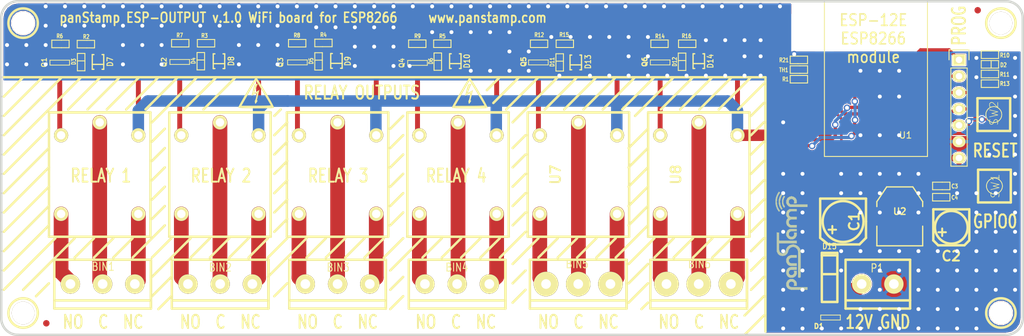
<source format=kicad_pcb>
(kicad_pcb (version 4) (host pcbnew 4.1.0-alpha+201606210817+6944~45~ubuntu14.04.1-product)
  (title_block (title "Relay board for ESP8266") (date 2016-06-27) (rev 1.0) (company "panStamp (www.panstamp.com)"))
  (layers (0 Front signal) (31 Back signal) (34 B.Paste user) (35 F.Paste user) (36 B.SilkS user) (37 F.SilkS user) (38 B.Mask user) (39 F.Mask user) (44 Edge.Cuts user))
  (net 0 "")
  (net 1 +12V)
  (net 2 +3.3V)
  (net 3 /RESET)
  (net 4 /RXD)
  (net 5 /TXD)
  (net 6 BINOUT0)
  (net 7 BINOUT1)
  (net 8 BINOUT2)
  (net 9 BINOUT3)
  (net 10 GND)
  (net 11 "Net-(BIN1-Pad1)")
  (net 12 "Net-(BIN1-Pad2)")
  (net 13 "Net-(BIN1-Pad3)")
  (net 14 "Net-(BIN2-Pad1)")
  (net 15 "Net-(BIN2-Pad2)")
  (net 16 "Net-(BIN2-Pad3)")
  (net 17 "Net-(BIN3-Pad1)")
  (net 18 "Net-(BIN3-Pad2)")
  (net 19 "Net-(BIN3-Pad3)")
  (net 20 "Net-(BIN4-Pad1)")
  (net 21 "Net-(BIN4-Pad2)")
  (net 22 "Net-(BIN4-Pad3)")
  (net 23 "Net-(D3-Pad2)")
  (net 24 "Net-(D3-Pad1)")
  (net 25 "Net-(D4-Pad2)")
  (net 26 "Net-(D4-Pad1)")
  (net 27 "Net-(D5-Pad2)")
  (net 28 "Net-(D5-Pad1)")
  (net 29 "Net-(D10-Pad1)")
  (net 30 "Net-(D6-Pad1)")
  (net 31 "Net-(Q1-Pad2)")
  (net 32 "Net-(Q2-Pad2)")
  (net 33 "Net-(Q3-Pad2)")
  (net 34 "Net-(Q4-Pad2)")
  (net 35 "Net-(R1-Pad1)")
  (net 36 /GPIO2)
  (net 37 /ADC)
  (net 38 +12C)
  (net 39 "Net-(U1-Pad9)")
  (net 40 "Net-(U1-Pad10)")
  (net 41 "Net-(U1-Pad11)")
  (net 42 "Net-(U1-Pad12)")
  (net 43 "Net-(U1-Pad13)")
  (net 44 "Net-(U1-Pad14)")
  (net 45 "Net-(BIN5-Pad1)")
  (net 46 "Net-(BIN5-Pad2)")
  (net 47 "Net-(BIN5-Pad3)")
  (net 48 "Net-(BIN6-Pad1)")
  (net 49 "Net-(BIN6-Pad2)")
  (net 50 "Net-(BIN6-Pad3)")
  (net 51 "Net-(D2-Pad1)")
  (net 52 /GPIO15)
  (net 53 "Net-(D11-Pad1)")
  (net 54 "Net-(D11-Pad2)")
  (net 55 "Net-(D12-Pad1)")
  (net 56 "Net-(D12-Pad2)")
  (net 57 /GPIO0)
  (net 58 "Net-(Q5-Pad2)")
  (net 59 "Net-(Q6-Pad2)")
  (net 60 BINOUT4)
  (net 61 BINOUT5)
  (module ESP8266:ESP-12E (layer Front) (at 164.4 74.7)
    (fp_text reference U1 (at 12.6 12.3) (layer F.SilkS))
    (fp_text value ESP-12E hide)
    (pad 9 smd oval (at 2.99 15.75 90) (size 2.4 1.1) (layers Front F.Mask) (net 39 "Net-(U1-Pad9)"))
    (pad 10 smd oval (at 4.99 15.75 90) (size 2.4 1.1) (layers Front F.Mask) (net 40 "Net-(U1-Pad10)"))
    (pad 11 smd oval (at 6.99 15.75 90) (size 2.4 1.1) (layers Front F.Mask) (net 41 "Net-(U1-Pad11)"))
    (pad 12 smd oval (at 8.99 15.75 90) (size 2.4 1.1) (layers Front F.Mask) (net 42 "Net-(U1-Pad12)"))
    (pad 13 smd oval (at 10.99 15.75 90) (size 2.4 1.1) (layers Front F.Mask) (net 43 "Net-(U1-Pad13)"))
    (pad 14 smd oval (at 12.99 15.75 90) (size 2.4 1.1) (layers Front F.Mask) (net 44 "Net-(U1-Pad14)"))
    (pad 1 smd rect (at 0 0) (size 2.4 1.1) (layers Front F.Mask) (net 3 /RESET))
    (pad 2 smd oval (at 0 2) (size 2.4 1.1) (layers Front F.Mask) (net 37 /ADC))
    (pad 3 smd oval (at 0 4) (size 2.4 1.1) (layers Front F.Mask) (net 35 "Net-(R1-Pad1)"))
    (pad 4 smd oval (at 0 6) (size 2.4 1.1) (layers Front F.Mask) (net 6 BINOUT0))
    (pad 5 smd oval (at 0 8) (size 2.4 1.1) (layers Front F.Mask) (net 7 BINOUT1))
    (pad 6 smd oval (at 0 10) (size 2.4 1.1) (layers Front F.Mask) (net 8 BINOUT2))
    (pad 7 smd oval (at 0 12) (size 2.4 1.1) (layers Front F.Mask) (net 9 BINOUT3))
    (pad 8 smd oval (at 0 14) (size 2.4 1.1) (layers Front F.Mask) (net 2 +3.3V))
    (pad 15 smd oval (at 16 14) (size 2.4 1.1) (layers Front F.Mask) (net 10 GND))
    (pad 16 smd oval (at 16 12) (size 2.4 1.1) (layers Front F.Mask) (net 52 /GPIO15))
    (pad 17 smd oval (at 16 10) (size 2.4 1.1) (layers Front F.Mask) (net 36 /GPIO2))
    (pad 18 smd oval (at 16 8) (size 2.4 1.1) (layers Front F.Mask) (net 57 /GPIO0))
    (pad 19 smd oval (at 16 6) (size 2.4 1.1) (layers Front F.Mask) (net 60 BINOUT4))
    (pad 20 smd oval (at 16 4) (size 2.4 1.1) (layers Front F.Mask) (net 61 BINOUT5))
    (pad 21 smd oval (at 16 2) (size 2.4 1.1) (layers Front F.Mask) (net 4 /RXD))
    (pad 22 smd oval (at 16 0) (size 2.4 1.1) (layers Front F.Mask) (net 5 /TXD))
  )
  (module SONGLE_RELAY_10A (layer Front) (at 70.5596 93.1135 270)
    (fp_text reference U4 hide)
    (fp_text value SONGLE_RELAY_10A hide)
    (pad 1 thru_hole circle (at -6.10108 -5.99948 270) (size 2.19964 2.19964) (drill 1.30048) (layers *.Cu *.Mask F.SilkS) (net 38 +12C))
    (pad 2 thru_hole circle (at -8.10006 0 270) (size 2.19964 2.19964) (drill 1.30048) (layers *.Cu *.Mask F.SilkS) (net 15 "Net-(BIN2-Pad2)"))
    (pad 3 thru_hole circle (at -6.10108 5.99948 270) (size 2.19964 2.19964) (drill 1.30048) (layers *.Cu *.Mask F.SilkS) (net 25 "Net-(D4-Pad2)"))
    (pad 4 thru_hole circle (at 6.10108 5.99948 270) (size 2.19964 2.19964) (drill 1.30048) (layers *.Cu *.Mask F.SilkS) (net 14 "Net-(BIN2-Pad1)"))
    (pad 5 thru_hole circle (at 6.10108 -5.99948 270) (size 2.19964 2.19964) (drill 1.30048) (layers *.Cu *.Mask F.SilkS) (net 16 "Net-(BIN2-Pad3)"))
  )
  (module 1pin (layer Front) (at 40 69.6)
    (fp_text reference 1PIN hide)
    (fp_text value P*** hide)
    (pad 1 thru_hole circle (at 0 0) (size 3.50012 3.50012) (drill 3.50012) (layers *.Cu *.Mask F.SilkS))
  )
  (module 1pin (layer Front) (at 40 114.6)
    (fp_text reference 1PIN hide)
    (fp_text value P*** hide)
    (pad 1 thru_hole circle (at 0 0) (size 3.50012 3.50012) (drill 3.50012) (layers *.Cu *.Mask F.SilkS))
  )
  (module 1pin (layer Front) (at 191.8 114.6)
    (fp_text reference 1PIN hide)
    (fp_text value P*** hide)
    (pad 1 thru_hole circle (at 0 0) (size 3.50012 3.50012) (drill 3.50012) (layers *.Cu *.Mask F.SilkS))
  )
  (module 1pin (layer Front) (at 191.8 69.6)
    (fp_text reference 1PIN hide)
    (fp_text value P*** hide)
    (pad 1 thru_hole circle (at 0 0) (size 3.50012 3.50012) (drill 3.50012) (layers *.Cu *.Mask F.SilkS))
  )
  (module switch-tact-noah (layer Front) (at 190.8 94.9 270)
    (fp_text reference SW1 (at 0 -0.127 270) (layer F.SilkS) (effects (font (size 1.27 1.27) (thickness 0.0889))))
    (fp_text value SW_PUSH_SMALL hide)
    (pad 1 smd rect (at -2.49936 -1.75006 270) (size 1.99898 1.00076) (layers Front F.Paste F.Mask) (net 10 GND))
    (pad 3 smd rect (at 2.49936 -1.75006 270) (size 1.99898 1.00076) (layers Front F.Paste F.Mask))
    (pad 2 smd rect (at -2.49936 1.75006 270) (size 1.99898 1.00076) (layers Front F.Paste F.Mask) (net 3 /RESET))
    (pad 4 smd rect (at 2.49936 1.75006 270) (size 1.99898 1.00076) (layers Front F.Paste F.Mask))
  )
  (module SM0603S (layer Front) (at 101.19454 72.79604)
    (fp_text reference R9 (at 0.03556 -1.18364) (layer F.SilkS) (effects (font (size 0.635 0.508) (thickness 0.127))))
    (fp_text value 2k2 hide)
    (pad 2 smd rect (at 0.7493 0) (size 0.7874 0.762) (layers Front F.Paste F.Mask) (net 34 "Net-(Q4-Pad2)"))
    (pad 1 smd rect (at -0.7493 0) (size 0.7874 0.762) (layers Front F.Paste F.Mask) (net 9 BINOUT3))
  )
  (module SM0603S (layer Front) (at 82.5484 72.71984)
    (fp_text reference R8 (at -0.03556 -1.2192) (layer F.SilkS) (effects (font (size 0.635 0.508) (thickness 0.127))))
    (fp_text value 2k2 hide)
    (pad 2 smd rect (at 0.7493 0) (size 0.7874 0.762) (layers Front F.Paste F.Mask) (net 33 "Net-(Q3-Pad2)"))
    (pad 1 smd rect (at -0.7493 0) (size 0.7874 0.762) (layers Front F.Paste F.Mask) (net 8 BINOUT2))
  )
  (module SM0603S (layer Front) (at 64.39248 72.7173)
    (fp_text reference R7 (at -0.08128 -1.2192) (layer F.SilkS) (effects (font (size 0.635 0.508) (thickness 0.127))))
    (fp_text value 2k2 hide)
    (pad 2 smd rect (at 0.7493 0) (size 0.7874 0.762) (layers Front F.Paste F.Mask) (net 32 "Net-(Q2-Pad2)"))
    (pad 1 smd rect (at -0.7493 0) (size 0.7874 0.762) (layers Front F.Paste F.Mask) (net 7 BINOUT1))
  )
  (module SM0603S (layer Front) (at 45.79714 72.8316)
    (fp_text reference R6 (at -0.11684 -1.2192) (layer F.SilkS) (effects (font (size 0.635 0.508) (thickness 0.127))))
    (fp_text value 2k2 hide)
    (pad 2 smd rect (at 0.7493 0) (size 0.7874 0.762) (layers Front F.Paste F.Mask) (net 31 "Net-(Q1-Pad2)"))
    (pad 1 smd rect (at -0.7493 0) (size 0.7874 0.762) (layers Front F.Paste F.Mask) (net 6 BINOUT0))
  )
  (module SM0603S (layer Front) (at 105.08074 72.79604 180)
    (fp_text reference R5 (at -0.01016 1.15824 180) (layer F.SilkS) (effects (font (size 0.635 0.508) (thickness 0.127))))
    (fp_text value 1k5 hide)
    (pad 2 smd rect (at 0.7493 0 180) (size 0.7874 0.762) (layers Front F.Paste F.Mask) (net 30 "Net-(D6-Pad1)"))
    (pad 1 smd rect (at -0.7493 0 180) (size 0.7874 0.762) (layers Front F.Paste F.Mask) (net 38 +12C))
  )
  (module SM0603S (layer Front) (at 86.62764 72.6792 180)
    (fp_text reference R4 (at 0 1.25476 180) (layer F.SilkS) (effects (font (size 0.635 0.508) (thickness 0.127))))
    (fp_text value 1k5 hide)
    (pad 2 smd rect (at 0.7493 0 180) (size 0.7874 0.762) (layers Front F.Paste F.Mask) (net 28 "Net-(D5-Pad1)"))
    (pad 1 smd rect (at -0.7493 0 180) (size 0.7874 0.762) (layers Front F.Paste F.Mask) (net 38 +12C))
  )
  (module SM0603S (layer Front) (at 68.39552 72.72238 180)
    (fp_text reference R3 (at 0.23368 1.17348 180) (layer F.SilkS) (effects (font (size 0.635 0.508) (thickness 0.127))))
    (fp_text value 1k5 hide)
    (pad 2 smd rect (at 0.7493 0 180) (size 0.7874 0.762) (layers Front F.Paste F.Mask) (net 26 "Net-(D4-Pad1)"))
    (pad 1 smd rect (at -0.7493 0 180) (size 0.7874 0.762) (layers Front F.Paste F.Mask) (net 38 +12C))
  )
  (module SM0603S (layer Front) (at 49.7443 72.857)
    (fp_text reference R2 (at 0.0508 -1.143) (layer F.SilkS) (effects (font (size 0.635 0.508) (thickness 0.127))))
    (fp_text value 1k5 hide)
    (pad 2 smd rect (at 0.7493 0) (size 0.7874 0.762) (layers Front F.Paste F.Mask) (net 38 +12C))
    (pad 1 smd rect (at -0.7493 0) (size 0.7874 0.762) (layers Front F.Paste F.Mask) (net 24 "Net-(D3-Pad1)"))
  )
  (module SM0603S (layer Front) (at 182.54064 96.62672)
    (fp_text reference C4 (at 2.0828 0.0508) (layer F.SilkS) (effects (font (size 0.635 0.508) (thickness 0.127))))
    (fp_text value 100n hide)
    (pad 2 smd rect (at 0.7493 0) (size 0.7874 0.762) (layers Front F.Paste F.Mask) (net 10 GND))
    (pad 1 smd rect (at -0.7493 0) (size 0.7874 0.762) (layers Front F.Paste F.Mask) (net 2 +3.3V))
  )
  (module SM0603S (layer Front) (at 182.54572 94.8792)
    (fp_text reference C3 (at 2.0828 0.0508) (layer F.SilkS) (effects (font (size 0.635 0.508) (thickness 0.127))))
    (fp_text value 1u hide)
    (pad 2 smd rect (at 0.7493 0) (size 0.7874 0.762) (layers Front F.Paste F.Mask) (net 10 GND))
    (pad 1 smd rect (at -0.7493 0) (size 0.7874 0.762) (layers Front F.Paste F.Mask) (net 2 +3.3V))
  )
  (module SMDCPOL_5 (layer Front) (at 184.1 101.3 90)
    (fp_text reference C2 (at -4.47294 -0.0127 180) (layer F.SilkS) (effects (font (thickness 0.3048))))
    (fp_text value 22u hide)
    (fp_text user + (at -0.762 -1.524 90) (layer F.SilkS) (effects (font (thickness 0.3048))))
    (pad 1 smd rect (at -1.778 0 90) (size 2.49936 1.00076) (layers Front F.Paste F.Mask) (net 2 +3.3V))
    (pad 2 smd rect (at 1.778 0 90) (size 2.49936 1.00076) (layers Front F.Paste F.Mask) (net 10 GND))
  )
  (module SMDCPOL_6.3 (layer Front) (at 167.3 100.4 90)
    (fp_text reference C1 (at 0 1.7272 90) (layer F.SilkS) (effects (font (thickness 0.3048))))
    (fp_text value 47u hide)
    (fp_text user + (at -1.27 -1.778 90) (layer F.SilkS) (effects (font (thickness 0.3048))))
    (pad 2 smd rect (at 2.286 0 90) (size 2.79908 1.00076) (layers Front F.Paste F.Mask) (net 10 GND))
    (pad 1 smd rect (at -2.286 0 90) (size 2.79908 1.00076) (layers Front F.Paste F.Mask) (net 38 +12C))
  )
  (module SOT223 (layer Front) (at 176.1 99.6)
    (fp_text reference U2 (at 0 -0.762) (layer F.SilkS) (effects (font (size 1.016 1.016) (thickness 0.2032))))
    (fp_text value UA78M33 hide)
    (pad 4 smd rect (at 0 -3.302) (size 3.6576 2.032) (layers Front F.Paste F.Mask) (net 10 GND))
    (pad 2 smd rect (at 0 3.302) (size 1.016 2.032) (layers Front F.Paste F.Mask) (net 10 GND))
    (pad 3 smd rect (at 2.286 3.302) (size 1.016 2.032) (layers Front F.Paste F.Mask) (net 2 +3.3V))
    (pad 1 smd rect (at -2.286 3.302) (size 1.016 2.032) (layers Front F.Paste F.Mask) (net 38 +12C))
  )
  (module SOT23EBC (layer Front) (at 101.2301 75.76784)
    (fp_text reference Q4 (at -2.4384 0.01016 90) (layer F.SilkS) (effects (font (size 0.762 0.762) (thickness 0.1524))))
    (fp_text value NPN hide)
    (pad 1 smd rect (at -0.889 -1.016) (size 0.9144 0.9144) (layers Front F.Paste F.Mask) (net 10 GND))
    (pad 2 smd rect (at 0.889 -1.016) (size 0.9144 0.9144) (layers Front F.Paste F.Mask) (net 34 "Net-(Q4-Pad2)"))
    (pad 3 smd rect (at 0 1.016) (size 0.9144 0.9144) (layers Front F.Paste F.Mask) (net 29 "Net-(D10-Pad1)"))
  )
  (module SOT23EBC (layer Front) (at 82.58904 75.69164)
    (fp_text reference Q3 (at -2.63144 0 90) (layer F.SilkS) (effects (font (size 0.762 0.762) (thickness 0.1524))))
    (fp_text value NPN hide)
    (pad 1 smd rect (at -0.889 -1.016) (size 0.9144 0.9144) (layers Front F.Paste F.Mask) (net 10 GND))
    (pad 2 smd rect (at 0.889 -1.016) (size 0.9144 0.9144) (layers Front F.Paste F.Mask) (net 33 "Net-(Q3-Pad2)"))
    (pad 3 smd rect (at 0 1.016) (size 0.9144 0.9144) (layers Front F.Paste F.Mask) (net 27 "Net-(D5-Pad2)"))
  )
  (module SOT23EBC (layer Front) (at 64.3112 75.62814)
    (fp_text reference Q2 (at -2.4384 0.03556 90) (layer F.SilkS) (effects (font (size 0.762 0.762) (thickness 0.1524))))
    (fp_text value NPN hide)
    (pad 1 smd rect (at -0.889 -1.016) (size 0.9144 0.9144) (layers Front F.Paste F.Mask) (net 10 GND))
    (pad 2 smd rect (at 0.889 -1.016) (size 0.9144 0.9144) (layers Front F.Paste F.Mask) (net 32 "Net-(Q2-Pad2)"))
    (pad 3 smd rect (at 0 1.016) (size 0.9144 0.9144) (layers Front F.Paste F.Mask) (net 25 "Net-(D4-Pad2)"))
  )
  (module SOT23EBC (layer Front) (at 45.68538 75.73736)
    (fp_text reference Q1 (at -2.41808 -0.03556 90) (layer F.SilkS) (effects (font (size 0.762 0.762) (thickness 0.1524))))
    (fp_text value NPN hide)
    (pad 1 smd rect (at -0.889 -1.016) (size 0.9144 0.9144) (layers Front F.Paste F.Mask) (net 10 GND))
    (pad 2 smd rect (at 0.889 -1.016) (size 0.9144 0.9144) (layers Front F.Paste F.Mask) (net 31 "Net-(Q1-Pad2)"))
    (pad 3 smd rect (at 0 1.016) (size 0.9144 0.9144) (layers Front F.Paste F.Mask) (net 23 "Net-(D3-Pad2)"))
  )
  (module terminal_block_5mm_2P (layer Front) (at 172.7 110.1315)
    (fp_text reference P1 (at -0.127 -2.4765) (layer F.SilkS) (effects (font (size 1.27 1.016) (thickness 0.1524))))
    (fp_text value CONN_2 hide)
    (pad 1 thru_hole circle (at -2.51714 -0.0254) (size 2.99974 2.99974) (drill 1.4986) (layers *.Cu *.Mask F.SilkS) (net 1 +12V))
    (pad 2 thru_hole circle (at 2.48412 -0.0254) (size 2.99974 2.99974) (drill 1.4986) (layers *.Cu *.Mask F.SilkS) (net 10 GND))
  )
  (module terminal_block_5mm_3P (layer Front) (at 107.4 110.1315)
    (fp_text reference BIN4 (at -0.0635 -2.6035) (layer F.SilkS) (effects (font (size 1.27 1.016) (thickness 0.1524))))
    (fp_text value CONN_3 hide)
    (pad 1 thru_hole circle (at -5.01904 -0.0254) (size 2.99974 2.99974) (drill 1.4986) (layers *.Cu *.Mask F.SilkS) (net 20 "Net-(BIN4-Pad1)"))
    (pad 2 thru_hole circle (at -0.01778 -0.0254) (size 2.99974 2.99974) (drill 1.4986) (layers *.Cu *.Mask F.SilkS) (net 21 "Net-(BIN4-Pad2)"))
    (pad 3 thru_hole circle (at 4.98094 -0.0254) (size 2.99974 2.99974) (drill 1.4986) (layers *.Cu *.Mask F.SilkS) (net 22 "Net-(BIN4-Pad3)"))
  )
  (module terminal_block_5mm_3P (layer Front) (at 88.8349 110.1315)
    (fp_text reference BIN3 (at 0.0635 -2.6035) (layer F.SilkS) (effects (font (size 1.27 1.016) (thickness 0.1524))))
    (fp_text value CONN_3 hide)
    (pad 1 thru_hole circle (at -5.01904 -0.0254) (size 2.99974 2.99974) (drill 1.4986) (layers *.Cu *.Mask F.SilkS) (net 17 "Net-(BIN3-Pad1)"))
    (pad 2 thru_hole circle (at -0.01778 -0.0254) (size 2.99974 2.99974) (drill 1.4986) (layers *.Cu *.Mask F.SilkS) (net 18 "Net-(BIN3-Pad2)"))
    (pad 3 thru_hole circle (at 4.98094 -0.0254) (size 2.99974 2.99974) (drill 1.4986) (layers *.Cu *.Mask F.SilkS) (net 19 "Net-(BIN3-Pad3)"))
  )
  (module terminal_block_5mm_3P (layer Front) (at 70.6104 110.1315)
    (fp_text reference BIN2 (at 0 -2.6035) (layer F.SilkS) (effects (font (size 1.27 1.016) (thickness 0.1524))))
    (fp_text value CONN_3 hide)
    (pad 1 thru_hole circle (at -5.01904 -0.0254) (size 2.99974 2.99974) (drill 1.4986) (layers *.Cu *.Mask F.SilkS) (net 14 "Net-(BIN2-Pad1)"))
    (pad 2 thru_hole circle (at -0.01778 -0.0254) (size 2.99974 2.99974) (drill 1.4986) (layers *.Cu *.Mask F.SilkS) (net 15 "Net-(BIN2-Pad2)"))
    (pad 3 thru_hole circle (at 4.98094 -0.0254) (size 2.99974 2.99974) (drill 1.4986) (layers *.Cu *.Mask F.SilkS) (net 16 "Net-(BIN2-Pad3)"))
  )
  (module terminal_block_5mm_3P (layer Front) (at 52.3605 110.1315)
    (fp_text reference BIN1 (at 0.0635 -2.7305) (layer F.SilkS) (effects (font (size 1.27 1.016) (thickness 0.1524))))
    (fp_text value CONN_3 hide)
    (pad 1 thru_hole circle (at -5.01904 -0.0254) (size 2.99974 2.99974) (drill 1.4986) (layers *.Cu *.Mask F.SilkS) (net 11 "Net-(BIN1-Pad1)"))
    (pad 2 thru_hole circle (at -0.01778 -0.0254) (size 2.99974 2.99974) (drill 1.4986) (layers *.Cu *.Mask F.SilkS) (net 12 "Net-(BIN1-Pad2)"))
    (pad 3 thru_hole circle (at 4.98094 -0.0254) (size 2.99974 2.99974) (drill 1.4986) (layers *.Cu *.Mask F.SilkS) (net 13 "Net-(BIN1-Pad3)"))
  )
  (module SONGLE_RELAY_10A (layer Front) (at 107.5166 93.1135 270)
    (fp_text reference U6 hide)
    (fp_text value SONGLE_RELAY_10A hide)
    (pad 1 thru_hole circle (at -6.10108 -5.99948 270) (size 2.19964 2.19964) (drill 1.30048) (layers *.Cu *.Mask F.SilkS) (net 38 +12C))
    (pad 2 thru_hole circle (at -8.10006 0 270) (size 2.19964 2.19964) (drill 1.30048) (layers *.Cu *.Mask F.SilkS) (net 21 "Net-(BIN4-Pad2)"))
    (pad 3 thru_hole circle (at -6.10108 5.99948 270) (size 2.19964 2.19964) (drill 1.30048) (layers *.Cu *.Mask F.SilkS) (net 29 "Net-(D10-Pad1)"))
    (pad 4 thru_hole circle (at 6.10108 5.99948 270) (size 2.19964 2.19964) (drill 1.30048) (layers *.Cu *.Mask F.SilkS) (net 20 "Net-(BIN4-Pad1)"))
    (pad 5 thru_hole circle (at 6.10108 -5.99948 270) (size 2.19964 2.19964) (drill 1.30048) (layers *.Cu *.Mask F.SilkS) (net 22 "Net-(BIN4-Pad3)"))
  )
  (module SONGLE_RELAY_10A (layer Front) (at 88.8222 93.1135 270)
    (fp_text reference U5 hide)
    (fp_text value SONGLE_RELAY_10A hide)
    (pad 1 thru_hole circle (at -6.10108 -5.99948 270) (size 2.19964 2.19964) (drill 1.30048) (layers *.Cu *.Mask F.SilkS) (net 38 +12C))
    (pad 2 thru_hole circle (at -8.10006 0 270) (size 2.19964 2.19964) (drill 1.30048) (layers *.Cu *.Mask F.SilkS) (net 18 "Net-(BIN3-Pad2)"))
    (pad 3 thru_hole circle (at -6.10108 5.99948 270) (size 2.19964 2.19964) (drill 1.30048) (layers *.Cu *.Mask F.SilkS) (net 27 "Net-(D5-Pad2)"))
    (pad 4 thru_hole circle (at 6.10108 5.99948 270) (size 2.19964 2.19964) (drill 1.30048) (layers *.Cu *.Mask F.SilkS) (net 17 "Net-(BIN3-Pad1)"))
    (pad 5 thru_hole circle (at 6.10108 -5.99948 270) (size 2.19964 2.19964) (drill 1.30048) (layers *.Cu *.Mask F.SilkS) (net 19 "Net-(BIN3-Pad3)"))
  )
  (module SONGLE_RELAY_10A (layer Front) (at 51.8906 93.1135 270)
    (fp_text reference U3 hide)
    (fp_text value SONGLE_RELAY_10A hide)
    (pad 1 thru_hole circle (at -6.10108 -5.99948 270) (size 2.19964 2.19964) (drill 1.30048) (layers *.Cu *.Mask F.SilkS) (net 38 +12C))
    (pad 2 thru_hole circle (at -8.10006 0 270) (size 2.19964 2.19964) (drill 1.30048) (layers *.Cu *.Mask F.SilkS) (net 12 "Net-(BIN1-Pad2)"))
    (pad 3 thru_hole circle (at -6.10108 5.99948 270) (size 2.19964 2.19964) (drill 1.30048) (layers *.Cu *.Mask F.SilkS) (net 23 "Net-(D3-Pad2)"))
    (pad 4 thru_hole circle (at 6.10108 5.99948 270) (size 2.19964 2.19964) (drill 1.30048) (layers *.Cu *.Mask F.SilkS) (net 11 "Net-(BIN1-Pad1)"))
    (pad 5 thru_hole circle (at 6.10108 -5.99948 270) (size 2.19964 2.19964) (drill 1.30048) (layers *.Cu *.Mask F.SilkS) (net 13 "Net-(BIN1-Pad3)"))
  )
  (module LOGO (layer Front) (at 76.10696 80.38556)
    (fp_text reference G*** hide)
    (fp_text value LOGO hide)
  )
  (module LOGO (layer Front) (at 109.2692 80.4008)
    (fp_text reference G*** hide)
    (fp_text value LOGO hide)
  )
  (module PANSTAMPLOGO (layer Front) (at 156.5 111 90)
    (fp_text reference G*** hide)
    (fp_text value PANSTAMPLOGO hide)
  )
  (module mymods:fiducial (layer Front) (at 43.6 116.2)
    (fp_text reference fiducial hide)
    (fp_text value VAL** hide)
    (pad 1 smd circle (at 0 0) (size 1 1) (layers Front F.Mask) (clearance 0.5))
  )
  (module mymods:fiducial (layer Front) (at 188.2 67.6)
    (fp_text reference fiducial hide)
    (fp_text value VAL** hide)
    (pad 1 smd circle (at 0 0) (size 1 1) (layers Front F.Mask) (clearance 0.5))
  )
  (module mysmd:SM0603S (layer Front) (at 160.44 78.31 180)
    (fp_text reference R1 (at 2.07264 0 180) (layer F.SilkS) (effects (font (size 0.635 0.508) (thickness 0.127))))
    (fp_text value 10k hide)
    (pad 2 smd rect (at 0.7493 0 180) (size 0.7874 0.762) (layers Front F.Paste F.Mask) (net 2 +3.3V))
    (pad 1 smd rect (at -0.7493 0 180) (size 0.7874 0.762) (layers Front F.Paste F.Mask) (net 35 "Net-(R1-Pad1)"))
  )
  (module mysmd:SM0603S (layer Front) (at 190.1 77.5 180)
    (fp_text reference R11 (at -2.29616 -0.06604 180) (layer F.SilkS) (effects (font (size 0.635 0.508) (thickness 0.127))))
    (fp_text value 10k hide)
    (pad 2 smd rect (at 0.7493 0 180) (size 0.7874 0.762) (layers Front F.Paste F.Mask) (net 52 /GPIO15))
    (pad 1 smd rect (at -0.7493 0 180) (size 0.7874 0.762) (layers Front F.Paste F.Mask) (net 10 GND))
  )
  (module mysmd:SM0603S (layer Front) (at 190.1 79)
    (fp_text reference R13 (at 2.3 0) (layer F.SilkS) (effects (font (size 0.635 0.508) (thickness 0.127))))
    (fp_text value 10k hide)
    (pad 2 smd rect (at 0.7493 0) (size 0.7874 0.762) (layers Front F.Paste F.Mask) (net 2 +3.3V))
    (pad 1 smd rect (at -0.7493 0) (size 0.7874 0.762) (layers Front F.Paste F.Mask) (net 3 /RESET))
  )
  (module mysmd:SM0603S (layer Front) (at 160.44 75.31 180)
    (fp_text reference R21 (at 2.31648 -0.03048 180) (layer F.SilkS) (effects (font (size 0.635 0.508) (thickness 0.127))))
    (fp_text value 10k hide)
    (pad 2 smd rect (at 0.7493 0 180) (size 0.7874 0.762) (layers Front F.Paste F.Mask) (net 10 GND))
    (pad 1 smd rect (at -0.7493 0 180) (size 0.7874 0.762) (layers Front F.Paste F.Mask) (net 37 /ADC))
  )
  (module switch-tact-noah (layer Front) (at 190.7 83.8 270)
    (fp_text reference SW2 (at -0.1905 -0.03048 270) (layer F.SilkS) (effects (font (size 1.27 1.27) (thickness 0.0889))))
    (fp_text value SW_PUSH_SMALL hide)
    (pad 1 smd rect (at -2.49936 -1.75006 270) (size 1.99898 1.00076) (layers Front F.Paste F.Mask) (net 10 GND))
    (pad 3 smd rect (at 2.49936 -1.75006 270) (size 1.99898 1.00076) (layers Front F.Paste F.Mask))
    (pad 2 smd rect (at -2.49936 1.75006 270) (size 1.99898 1.00076) (layers Front F.Paste F.Mask) (net 57 /GPIO0))
    (pad 4 smd rect (at 2.49936 1.75006 270) (size 1.99898 1.00076) (layers Front F.Paste F.Mask))
  )
  (module mysmd:SM0603S (layer Front) (at 160.44 76.81)
    (fp_text reference TH1 (at -2.35458 0.06096) (layer F.SilkS) (effects (font (size 0.635 0.508) (thickness 0.127))))
    (fp_text value THERMISTOR hide)
    (pad 2 smd rect (at 0.7493 0) (size 0.7874 0.762) (layers Front F.Paste F.Mask) (net 37 /ADC))
    (pad 1 smd rect (at -0.7493 0) (size 0.7874 0.762) (layers Front F.Paste F.Mask) (net 2 +3.3V))
  )
  (module Pin_Headers:Pin_Header_Straight_1x07 (layer Front) (at 185.3 75.3)
    (fp_text reference PROG0 hide)
    (fp_text value CONN_01X07)
    (pad 1 thru_hole rect (at 0 0) (size 2.032 1.7272) (drill 1.016) (layers *.Cu *.Mask F.SilkS) (net 4 /RXD))
    (pad 2 thru_hole oval (at 0 2.54) (size 2.032 1.7272) (drill 1.016) (layers *.Cu *.Mask F.SilkS) (net 5 /TXD))
    (pad 3 thru_hole oval (at 0 5.08) (size 2.032 1.7272) (drill 1.016) (layers *.Cu *.Mask F.SilkS) (net 57 /GPIO0))
    (pad 4 thru_hole oval (at 0 7.62) (size 2.032 1.7272) (drill 1.016) (layers *.Cu *.Mask F.SilkS) (net 3 /RESET))
    (pad 5 thru_hole oval (at 0 10.16) (size 2.032 1.7272) (drill 1.016) (layers *.Cu *.Mask F.SilkS) (net 36 /GPIO2))
    (pad 6 thru_hole oval (at 0 12.7) (size 2.032 1.7272) (drill 1.016) (layers *.Cu *.Mask F.SilkS) (net 10 GND))
    (pad 7 thru_hole oval (at 0 15.24) (size 2.032 1.7272) (drill 1.016) (layers *.Cu *.Mask F.SilkS) (net 2 +3.3V))
  )
  (module mysmd:SOT23 (layer Front) (at 165.35 115.31)
    (fp_text reference D1 (at -1.82 1.34) (layer F.SilkS) (effects (font (size 0.762 0.762) (thickness 0.1905))))
    (fp_text value D_Schottky_x2_ACom_KKA hide)
    (pad 2 smd rect (at -0.889 -1.016) (size 0.9144 0.9144) (layers Front F.Paste F.Mask) (net 1 +12V))
    (pad 1 smd rect (at 0.889 -1.016) (size 0.9144 0.9144) (layers Front F.Paste F.Mask) (net 1 +12V))
    (pad 3 smd rect (at 0 1.016) (size 0.9144 0.9144) (layers Front F.Paste F.Mask) (net 10 GND))
  )
  (module myconnectors:terminal_block_5mm_3P (layer Front) (at 126.2 110.1315)
    (fp_text reference BIN5 (at -0.2 -3.1315) (layer F.SilkS) (effects (font (size 1.27 1.016) (thickness 0.1524))))
    (fp_text value CONN_3 hide)
    (pad 1 thru_hole circle (at -5.01904 -0.0254) (size 3.81 3.81) (drill 1.4986) (layers *.Cu *.Mask F.SilkS) (net 45 "Net-(BIN5-Pad1)"))
    (pad 2 thru_hole circle (at -0.01778 -0.0254) (size 3.81 3.81) (drill 1.4986) (layers *.Cu *.Mask F.SilkS) (net 46 "Net-(BIN5-Pad2)"))
    (pad 3 thru_hole circle (at 4.98094 -0.0254) (size 3.81 3.81) (drill 1.4986) (layers *.Cu *.Mask F.SilkS) (net 47 "Net-(BIN5-Pad3)"))
  )
  (module myconnectors:terminal_block_5mm_3P (layer Front) (at 144.9 110.1315)
    (fp_text reference BIN6 (at 0.1 -3.1315) (layer F.SilkS) (effects (font (size 1.27 1.016) (thickness 0.1524))))
    (fp_text value CONN_3 hide)
    (pad 1 thru_hole circle (at -5.01904 -0.0254) (size 3.81 3.81) (drill 1.4986) (layers *.Cu *.Mask F.SilkS) (net 48 "Net-(BIN6-Pad1)"))
    (pad 2 thru_hole circle (at -0.01778 -0.0254) (size 3.81 3.81) (drill 1.4986) (layers *.Cu *.Mask F.SilkS) (net 49 "Net-(BIN6-Pad2)"))
    (pad 3 thru_hole circle (at 4.98094 -0.0254) (size 3.81 3.81) (drill 1.4986) (layers *.Cu *.Mask F.SilkS) (net 50 "Net-(BIN6-Pad3)"))
  )
  (module mysmd:SOD323 (layer Front) (at 125.8 75.7 90)
    (fp_text reference D13 (at 0.1 1.9 90) (layer F.SilkS) (effects (font (size 0.889 0.762) (thickness 0.1524))))
    (fp_text value DIODE hide)
    (pad 2 smd rect (at 1.09982 0 90) (size 1.00076 1.00076) (layers Front F.Paste F.Mask) (net 38 +12C))
    (pad 1 smd rect (at -1.09982 0 90) (size 1.00076 1.00076) (layers Front F.Paste F.Mask) (net 54 "Net-(D11-Pad2)"))
  )
  (module mysmd:SOD323 (layer Front) (at 144.9 75.5 90)
    (fp_text reference D14 (at 0 1.8 90) (layer F.SilkS) (effects (font (size 0.889 0.762) (thickness 0.1524))))
    (fp_text value DIODE hide)
    (pad 2 smd rect (at 1.09982 0 90) (size 1.00076 1.00076) (layers Front F.Paste F.Mask) (net 38 +12C))
    (pad 1 smd rect (at -1.09982 0 90) (size 1.00076 1.00076) (layers Front F.Paste F.Mask) (net 56 "Net-(D12-Pad2)"))
  )
  (module libcms:SOT23EBC (layer Front) (at 120 75.7)
    (fp_text reference Q5 (at -2.3 -0.1 90) (layer F.SilkS) (effects (font (size 0.762 0.762) (thickness 0.2032))))
    (fp_text value NPN hide)
    (pad 1 smd rect (at -0.889 -1.016) (size 0.9144 0.9144) (layers Front F.Paste F.Mask) (net 10 GND))
    (pad 2 smd rect (at 0.889 -1.016) (size 0.9144 0.9144) (layers Front F.Paste F.Mask) (net 58 "Net-(Q5-Pad2)"))
    (pad 3 smd rect (at 0 1.016) (size 0.9144 0.9144) (layers Front F.Paste F.Mask) (net 54 "Net-(D11-Pad2)"))
  )
  (module libcms:SOT23EBC (layer Front) (at 138.9 75.7)
    (fp_text reference Q6 (at -2.4 -0.1 90) (layer F.SilkS) (effects (font (size 0.762 0.762) (thickness 0.2032))))
    (fp_text value NPN hide)
    (pad 1 smd rect (at -0.889 -1.016) (size 0.9144 0.9144) (layers Front F.Paste F.Mask) (net 10 GND))
    (pad 2 smd rect (at 0.889 -1.016) (size 0.9144 0.9144) (layers Front F.Paste F.Mask) (net 59 "Net-(Q6-Pad2)"))
    (pad 3 smd rect (at 0 1.016) (size 0.9144 0.9144) (layers Front F.Paste F.Mask) (net 56 "Net-(D12-Pad2)"))
  )
  (module mysmd:SM0603S (layer Front) (at 190.1 74.5)
    (fp_text reference R10 (at 2.3 0.1) (layer F.SilkS) (effects (font (size 0.635 0.508) (thickness 0.127))))
    (fp_text value 470 hide)
    (pad 2 smd rect (at 0.7493 0) (size 0.7874 0.762) (layers Front F.Paste F.Mask) (net 51 "Net-(D2-Pad1)"))
    (pad 1 smd rect (at -0.7493 0) (size 0.7874 0.762) (layers Front F.Paste F.Mask) (net 10 GND))
  )
  (module mysmd:SM0603S (layer Front) (at 120.1 72.8)
    (fp_text reference R12 (at 0.02 -1.37) (layer F.SilkS) (effects (font (size 0.635 0.508) (thickness 0.127))))
    (fp_text value 2k2 hide)
    (pad 2 smd rect (at 0.7493 0) (size 0.7874 0.762) (layers Front F.Paste F.Mask) (net 58 "Net-(Q5-Pad2)"))
    (pad 1 smd rect (at -0.7493 0) (size 0.7874 0.762) (layers Front F.Paste F.Mask) (net 60 BINOUT4))
  )
  (module mysmd:SM0603S (layer Front) (at 138.8 72.8)
    (fp_text reference R14 (at 0.0635 -1.1557) (layer F.SilkS) (effects (font (size 0.635 0.508) (thickness 0.127))))
    (fp_text value 2k2 hide)
    (pad 2 smd rect (at 0.7493 0) (size 0.7874 0.762) (layers Front F.Paste F.Mask) (net 59 "Net-(Q6-Pad2)"))
    (pad 1 smd rect (at -0.7493 0) (size 0.7874 0.762) (layers Front F.Paste F.Mask) (net 61 BINOUT5))
  )
  (module mysmd:SM0603S (layer Front) (at 124.1 72.8 180)
    (fp_text reference R15 (at 0.1 1.4 180) (layer F.SilkS) (effects (font (size 0.635 0.508) (thickness 0.127))))
    (fp_text value 1k5 hide)
    (pad 2 smd rect (at 0.7493 0 180) (size 0.7874 0.762) (layers Front F.Paste F.Mask) (net 53 "Net-(D11-Pad1)"))
    (pad 1 smd rect (at -0.7493 0 180) (size 0.7874 0.762) (layers Front F.Paste F.Mask) (net 38 +12C))
  )
  (module mymods:SONGLE_RELAY_10A (layer Front) (at 126.211 93.1135 270)
    (fp_text reference U7 (at 0 3.556 270) (layer F.SilkS) (effects (font (thickness 0.3048))))
    (fp_text value SONGLE_RELAY_10A hide)
    (pad 1 thru_hole circle (at -6.10108 -5.99948 270) (size 2.19964 2.19964) (drill 1.30048) (layers *.Cu *.Mask F.SilkS) (net 38 +12C))
    (pad 2 thru_hole circle (at -8.10006 0 270) (size 2.19964 2.19964) (drill 1.30048) (layers *.Cu *.Mask F.SilkS) (net 46 "Net-(BIN5-Pad2)"))
    (pad 3 thru_hole circle (at -6.10108 5.99948 270) (size 2.19964 2.19964) (drill 1.30048) (layers *.Cu *.Mask F.SilkS) (net 54 "Net-(D11-Pad2)"))
    (pad 4 thru_hole circle (at 6.10108 5.99948 270) (size 2.19964 2.19964) (drill 1.30048) (layers *.Cu *.Mask F.SilkS) (net 45 "Net-(BIN5-Pad1)"))
    (pad 5 thru_hole circle (at 6.10108 -5.99948 270) (size 2.19964 2.19964) (drill 1.30048) (layers *.Cu *.Mask F.SilkS) (net 47 "Net-(BIN5-Pad3)"))
  )
  (module mysmd:SM0603S (layer Front) (at 143.1 72.8 180)
    (fp_text reference R16 (at 0.1 1.2 180) (layer F.SilkS) (effects (font (size 0.635 0.508) (thickness 0.127))))
    (fp_text value 1k5 hide)
    (pad 2 smd rect (at 0.7493 0 180) (size 0.7874 0.762) (layers Front F.Paste F.Mask) (net 55 "Net-(D12-Pad1)"))
    (pad 1 smd rect (at -0.7493 0 180) (size 0.7874 0.762) (layers Front F.Paste F.Mask) (net 38 +12C))
  )
  (module mymods:SONGLE_RELAY_10A (layer Front) (at 144.9054 93.1135 270)
    (fp_text reference U8 (at 0 3.556 270) (layer F.SilkS) (effects (font (thickness 0.3048))))
    (fp_text value SONGLE_RELAY_10A hide)
    (pad 1 thru_hole circle (at -6.10108 -5.99948 270) (size 2.19964 2.19964) (drill 1.30048) (layers *.Cu *.Mask F.SilkS) (net 38 +12C))
    (pad 2 thru_hole circle (at -8.10006 0 270) (size 2.19964 2.19964) (drill 1.30048) (layers *.Cu *.Mask F.SilkS) (net 49 "Net-(BIN6-Pad2)"))
    (pad 3 thru_hole circle (at -6.10108 5.99948 270) (size 2.19964 2.19964) (drill 1.30048) (layers *.Cu *.Mask F.SilkS) (net 56 "Net-(D12-Pad2)"))
    (pad 4 thru_hole circle (at 6.10108 5.99948 270) (size 2.19964 2.19964) (drill 1.30048) (layers *.Cu *.Mask F.SilkS) (net 48 "Net-(BIN6-Pad1)"))
    (pad 5 thru_hole circle (at 6.10108 -5.99948 270) (size 2.19964 2.19964) (drill 1.30048) (layers *.Cu *.Mask F.SilkS) (net 50 "Net-(BIN6-Pad3)"))
  )
  (module mysmd:SM0603S_POL (layer Front) (at 104.3797 75.5748 90)
    (fp_text reference D6 (at 0.0748 -1.0797 90) (layer F.SilkS) (effects (font (size 0.635 0.508) (thickness 0.127))))
    (fp_text value LED hide)
    (pad 1 smd rect (at 0.7493 0 90) (size 0.7874 0.762) (layers Front F.Paste F.Mask) (net 30 "Net-(D6-Pad1)"))
    (pad 2 smd rect (at -0.7493 0 90) (size 0.7874 0.762) (layers Front F.Paste F.Mask) (net 29 "Net-(D10-Pad1)"))
  )
  (module mysmd:SM0603S_POL (layer Front) (at 142.3 75.6 90)
    (fp_text reference D12 (at 0.01 -1.15 90) (layer F.SilkS) (effects (font (size 0.635 0.508) (thickness 0.127))))
    (fp_text value LED hide)
    (pad 1 smd rect (at 0.7493 0 90) (size 0.7874 0.762) (layers Front F.Paste F.Mask) (net 55 "Net-(D12-Pad1)"))
    (pad 2 smd rect (at -0.7493 0 90) (size 0.7874 0.762) (layers Front F.Paste F.Mask) (net 56 "Net-(D12-Pad2)"))
  )
  (module mysmd:SM0603S_POL (layer Front) (at 190.1 76)
    (fp_text reference D2 (at 2.1 0.1) (layer F.SilkS) (effects (font (size 0.635 0.508) (thickness 0.127))))
    (fp_text value LED hide)
    (pad 1 smd rect (at 0.7493 0) (size 0.7874 0.762) (layers Front F.Paste F.Mask) (net 51 "Net-(D2-Pad1)"))
    (pad 2 smd rect (at -0.7493 0) (size 0.7874 0.762) (layers Front F.Paste F.Mask) (net 52 /GPIO15))
  )
  (module mysmd:SM0603S_POL (layer Front) (at 123.3 75.7 90)
    (fp_text reference D11 (at 0.0635 -1.1557 90) (layer F.SilkS) (effects (font (size 0.635 0.508) (thickness 0.127))))
    (fp_text value LED hide)
    (pad 1 smd rect (at 0.7493 0 90) (size 0.7874 0.762) (layers Front F.Paste F.Mask) (net 53 "Net-(D11-Pad1)"))
    (pad 2 smd rect (at -0.7493 0 90) (size 0.7874 0.762) (layers Front F.Paste F.Mask) (net 54 "Net-(D11-Pad2)"))
  )
  (module mysmd:SOD323 (layer Front) (at 107.0975 75.4986 90)
    (fp_text reference D10 (at -0.0014 1.8025 90) (layer F.SilkS) (effects (font (size 0.889 0.762) (thickness 0.1524))))
    (fp_text value DIODE hide)
    (pad 2 smd rect (at 1.09982 0 90) (size 1.00076 1.00076) (layers Front F.Paste F.Mask) (net 38 +12C))
    (pad 1 smd rect (at -1.09982 0 90) (size 1.00076 1.00076) (layers Front F.Paste F.Mask) (net 29 "Net-(D10-Pad1)"))
  )
  (module mysmd:SOD323 (layer Front) (at 88.6444 75.46304 90)
    (fp_text reference D9 (at -0.03696 1.7556 90) (layer F.SilkS) (effects (font (size 0.889 0.762) (thickness 0.1524))))
    (fp_text value DIODE hide)
    (pad 2 smd rect (at 1.09982 0 90) (size 1.00076 1.00076) (layers Front F.Paste F.Mask) (net 38 +12C))
    (pad 1 smd rect (at -1.09982 0 90) (size 1.00076 1.00076) (layers Front F.Paste F.Mask) (net 27 "Net-(D5-Pad2)"))
  )
  (module mysmd:SOD323 (layer Front) (at 70.4072 75.5113 90)
    (fp_text reference D8 (at 0.0113 1.8928 90) (layer F.SilkS) (effects (font (size 0.889 0.762) (thickness 0.1524))))
    (fp_text value DIODE hide)
    (pad 2 smd rect (at 1.09982 0 90) (size 1.00076 1.00076) (layers Front F.Paste F.Mask) (net 38 +12C))
    (pad 1 smd rect (at -1.09982 0 90) (size 1.00076 1.00076) (layers Front F.Paste F.Mask) (net 25 "Net-(D4-Pad2)"))
  )
  (module mysmd:SOD323 (layer Front) (at 51.6239 75.6256 90)
    (fp_text reference D7 (at 0.0256 1.8761 90) (layer F.SilkS) (effects (font (size 0.889 0.762) (thickness 0.1524))))
    (fp_text value DIODE hide)
    (pad 2 smd rect (at 1.09982 0 90) (size 1.00076 1.00076) (layers Front F.Paste F.Mask) (net 38 +12C))
    (pad 1 smd rect (at -1.09982 0 90) (size 1.00076 1.00076) (layers Front F.Paste F.Mask) (net 23 "Net-(D3-Pad2)"))
  )
  (module mysmd:SM0603S_POL (layer Front) (at 85.86564 75.53924 90)
    (fp_text reference D5 (at 0.0635 -1.1557 90) (layer F.SilkS) (effects (font (size 0.635 0.508) (thickness 0.127))))
    (fp_text value LED hide)
    (pad 1 smd rect (at 0.7493 0 90) (size 0.7874 0.762) (layers Front F.Paste F.Mask) (net 28 "Net-(D5-Pad1)"))
    (pad 2 smd rect (at -0.7493 0 90) (size 0.7874 0.762) (layers Front F.Paste F.Mask) (net 27 "Net-(D5-Pad2)"))
  )
  (module mysmd:SM0603S_POL (layer Front) (at 67.5878 75.5113 90)
    (fp_text reference D4 (at 0.0635 -1.1557 90) (layer F.SilkS) (effects (font (size 0.635 0.508) (thickness 0.127))))
    (fp_text value LED hide)
    (pad 1 smd rect (at 0.7493 0 90) (size 0.7874 0.762) (layers Front F.Paste F.Mask) (net 26 "Net-(D4-Pad1)"))
    (pad 2 smd rect (at -0.7493 0 90) (size 0.7874 0.762) (layers Front F.Paste F.Mask) (net 25 "Net-(D4-Pad2)"))
  )
  (module mysmd:SM0603S_POL (layer Front) (at 49.0077 75.651 90)
    (fp_text reference D3 (at 0.0635 -1.1557 90) (layer F.SilkS) (effects (font (size 0.635 0.508) (thickness 0.127))))
    (fp_text value LED hide)
    (pad 1 smd rect (at 0.7493 0 90) (size 0.7874 0.762) (layers Front F.Paste F.Mask) (net 24 "Net-(D3-Pad1)"))
    (pad 2 smd rect (at -0.7493 0 90) (size 0.7874 0.762) (layers Front F.Paste F.Mask) (net 23 "Net-(D3-Pad2)"))
  )
  (module mysmd:SMA (layer Front) (at 165.27 109.08 90)
    (fp_text reference D15 (at 4.83 -0.08 180) (layer F.SilkS) (effects (font (size 0.889 0.762) (thickness 0.1524))))
    (fp_text value D_Schottky hide)
    (pad 2 smd rect (at -1.99898 0 90) (size 2.50952 1.70942) (layers Front F.Paste F.Mask) (net 1 +12V))
    (pad 1 smd rect (at 1.99898 0 90) (size 2.50952 1.70942) (layers Front F.Paste F.Mask) (net 38 +12C))
  )
  (gr_text "ESP-12E\nESP8266\nmodule" (at 172 72) (layer F.SilkS) (effects (font (size 1.778 1.524) (thickness 0.254))))
  (gr_line (start 147 106) (end 150 103) (angle 90) (layer F.SilkS) (width 0.381))
  (gr_line (start 144 106) (end 147 103) (angle 90) (layer F.SilkS) (width 0.381))
  (gr_line (start 141 106) (end 144 103) (angle 90) (layer F.SilkS) (width 0.381))
  (gr_line (start 136 114) (end 137 113) (angle 90) (layer F.SilkS) (width 0.381))
  (gr_line (start 134 113) (end 137 110) (angle 90) (layer F.SilkS) (width 0.381))
  (gr_line (start 138 106) (end 141 103) (angle 90) (layer F.SilkS) (width 0.381))
  (gr_line (start 134 110) (end 137 107) (angle 90) (layer F.SilkS) (width 0.381))
  (gr_line (start 134 107) (end 138 103) (angle 90) (layer F.SilkS) (width 0.381))
  (gr_line (start 134 89) (end 137 86) (angle 90) (layer F.SilkS) (width 0.381))
  (gr_line (start 134 92) (end 137 89) (angle 90) (layer F.SilkS) (width 0.381))
  (gr_line (start 134 95) (end 137 92) (angle 90) (layer F.SilkS) (width 0.381))
  (gr_line (start 134 98) (end 137 95) (angle 90) (layer F.SilkS) (width 0.381))
  (gr_line (start 134 101) (end 137 98) (angle 90) (layer F.SilkS) (width 0.381))
  (gr_line (start 132 106) (end 137 101) (angle 90) (layer F.SilkS) (width 0.381))
  (gr_line (start 129 106) (end 132 103) (angle 90) (layer F.SilkS) (width 0.381))
  (gr_line (start 126 106) (end 129 103) (angle 90) (layer F.SilkS) (width 0.381))
  (gr_line (start 123 106) (end 126 103) (angle 90) (layer F.SilkS) (width 0.381))
  (gr_line (start 120 106) (end 123 103) (angle 90) (layer F.SilkS) (width 0.381))
  (gr_line (start 116 89) (end 118 87) (angle 90) (layer F.SilkS) (width 0.381))
  (gr_line (start 116 92) (end 118 90) (angle 90) (layer F.SilkS) (width 0.381))
  (gr_line (start 116 95) (end 118 93) (angle 90) (layer F.SilkS) (width 0.381))
  (gr_line (start 116 98) (end 118 96) (angle 90) (layer F.SilkS) (width 0.381))
  (gr_line (start 116 101) (end 118 99) (angle 90) (layer F.SilkS) (width 0.381))
  (gr_line (start 116 113) (end 118 111) (angle 90) (layer F.SilkS) (width 0.381))
  (gr_line (start 116 110) (end 118 108) (angle 90) (layer F.SilkS) (width 0.381))
  (gr_line (start 116 107) (end 120 103) (angle 90) (layer F.SilkS) (width 0.381))
  (gr_line (start 114 106) (end 118 102) (angle 90) (layer F.SilkS) (width 0.381))
  (gr_line (start 111 106) (end 114 103) (angle 90) (layer F.SilkS) (width 0.381))
  (gr_line (start 108 106) (end 111 103) (angle 90) (layer F.SilkS) (width 0.381))
  (gr_line (start 105 106) (end 108 103) (angle 90) (layer F.SilkS) (width 0.381))
  (gr_line (start 97 114) (end 99 112) (angle 90) (layer F.SilkS) (width 0.381))
  (gr_line (start 97 111) (end 99 109) (angle 90) (layer F.SilkS) (width 0.381))
  (gr_line (start 102 106) (end 105 103) (angle 90) (layer F.SilkS) (width 0.381))
  (gr_line (start 97 108) (end 102 103) (angle 90) (layer F.SilkS) (width 0.381))
  (gr_line (start 97 86) (end 99 84) (angle 90) (layer F.SilkS) (width 0.381))
  (gr_line (start 97 89) (end 99 87) (angle 90) (layer F.SilkS) (width 0.381))
  (gr_line (start 97 92) (end 99 90) (angle 90) (layer F.SilkS) (width 0.381))
  (gr_line (start 97 95) (end 99 93) (angle 90) (layer F.SilkS) (width 0.381))
  (gr_line (start 97 98) (end 99 96) (angle 90) (layer F.SilkS) (width 0.381))
  (gr_line (start 97 101) (end 99 99) (angle 90) (layer F.SilkS) (width 0.381))
  (gr_line (start 96 106) (end 99 103) (angle 90) (layer F.SilkS) (width 0.381))
  (gr_line (start 93 106) (end 96 103) (angle 90) (layer F.SilkS) (width 0.381))
  (gr_line (start 90 106) (end 93 103) (angle 90) (layer F.SilkS) (width 0.381))
  (gr_line (start 87 106) (end 90 103) (angle 90) (layer F.SilkS) (width 0.381))
  (gr_line (start 84 106) (end 87 103) (angle 90) (layer F.SilkS) (width 0.381))
  (gr_line (start 79 112) (end 81 110) (angle 90) (layer F.SilkS) (width 0.381))
  (gr_line (start 78 109) (end 84 103) (angle 90) (layer F.SilkS) (width 0.381))
  (gr_line (start 79 84) (end 80 83) (angle 90) (layer F.SilkS) (width 0.381))
  (gr_line (start 79 87) (end 81 85) (angle 90) (layer F.SilkS) (width 0.381))
  (gr_line (start 79 90) (end 81 88) (angle 90) (layer F.SilkS) (width 0.381))
  (gr_line (start 79 93) (end 81 91) (angle 90) (layer F.SilkS) (width 0.381))
  (gr_line (start 79 96) (end 81 94) (angle 90) (layer F.SilkS) (width 0.381))
  (gr_line (start 79 99) (end 81 97) (angle 90) (layer F.SilkS) (width 0.381))
  (gr_line (start 79 102) (end 81 100) (angle 90) (layer F.SilkS) (width 0.381))
  (gr_line (start 78 106) (end 81 103) (angle 90) (layer F.SilkS) (width 0.381))
  (gr_line (start 78 103) (end 75 106) (angle 90) (layer F.SilkS) (width 0.381))
  (gr_line (start 63 112) (end 61 114) (angle 90) (layer F.SilkS) (width 0.381))
  (gr_line (start 63 109) (end 60 112) (angle 90) (layer F.SilkS) (width 0.381))
  (gr_line (start 72 106) (end 75 103) (angle 90) (layer F.SilkS) (width 0.381))
  (gr_line (start 69 106) (end 72 103) (angle 90) (layer F.SilkS) (width 0.381))
  (gr_line (start 66 106) (end 69 103) (angle 90) (layer F.SilkS) (width 0.381))
  (gr_line (start 60 109) (end 66 103) (angle 90) (layer F.SilkS) (width 0.381))
  (gr_line (start 60 106) (end 63 103) (angle 90) (layer F.SilkS) (width 0.381))
  (gr_line (start 60 88) (end 62 86) (angle 90) (layer F.SilkS) (width 0.381))
  (gr_line (start 60 91) (end 62 89) (angle 90) (layer F.SilkS) (width 0.381))
  (gr_line (start 60 94) (end 62 92) (angle 90) (layer F.SilkS) (width 0.381))
  (gr_line (start 60 97) (end 62 95) (angle 90) (layer F.SilkS) (width 0.381))
  (gr_line (start 60 100) (end 62 98) (angle 90) (layer F.SilkS) (width 0.381))
  (gr_line (start 57 106) (end 62 101) (angle 90) (layer F.SilkS) (width 0.381))
  (gr_line (start 54 106) (end 57 103) (angle 90) (layer F.SilkS) (width 0.381))
  (gr_line (start 51 106) (end 54 103) (angle 90) (layer F.SilkS) (width 0.381))
  (gr_line (start 48 106) (end 51 103) (angle 90) (layer F.SilkS) (width 0.381))
  (gr_line (start 44 110) (end 42 112) (angle 90) (layer F.SilkS) (width 0.381))
  (gr_line (start 48 103) (end 40 111) (angle 90) (layer F.SilkS) (width 0.381))
  (gr_line (start 45 103) (end 37 111) (angle 90) (layer F.SilkS) (width 0.381))
  (gr_line (start 44 101) (end 37 108) (angle 90) (layer F.SilkS) (width 0.381))
  (gr_line (start 44 98) (end 37 105) (angle 90) (layer F.SilkS) (width 0.381))
  (gr_line (start 44 95) (end 37 102) (angle 90) (layer F.SilkS) (width 0.381))
  (gr_line (start 44 92) (end 37 99) (angle 90) (layer F.SilkS) (width 0.381))
  (gr_line (start 44 89) (end 37 96) (angle 90) (layer F.SilkS) (width 0.381))
  (gr_line (start 44 86) (end 37 93) (angle 90) (layer F.SilkS) (width 0.381))
  (gr_line (start 40 78) (end 37 81) (angle 90) (layer F.SilkS) (width 0.381))
  (gr_line (start 43 78) (end 37 84) (angle 90) (layer F.SilkS) (width 0.381))
  (gr_line (start 46 78) (end 37 87) (angle 90) (layer F.SilkS) (width 0.381))
  (gr_line (start 49 78) (end 37 90) (angle 90) (layer F.SilkS) (width 0.381))
  (gr_line (start 52 78) (end 47 83) (angle 90) (layer F.SilkS) (width 0.381))
  (gr_line (start 55 78) (end 50 83) (angle 90) (layer F.SilkS) (width 0.381))
  (gr_line (start 58 78) (end 53 83) (angle 90) (layer F.SilkS) (width 0.381))
  (gr_line (start 61 78) (end 56 83) (angle 90) (layer F.SilkS) (width 0.381))
  (gr_line (start 64 78) (end 59 83) (angle 90) (layer F.SilkS) (width 0.381))
  (gr_line (start 67 78) (end 60 85) (angle 90) (layer F.SilkS) (width 0.381))
  (gr_line (start 70 78) (end 65 83) (angle 90) (layer F.SilkS) (width 0.381))
  (gr_line (start 73 78) (end 68 83) (angle 90) (layer F.SilkS) (width 0.381))
  (gr_line (start 114 78) (end 112 80) (angle 90) (layer F.SilkS) (width 0.381))
  (gr_line (start 117 78) (end 113 82) (angle 90) (layer F.SilkS) (width 0.381))
  (gr_line (start 120 78) (end 115 83) (angle 90) (layer F.SilkS) (width 0.381))
  (gr_line (start 123 78) (end 116 85) (angle 90) (layer F.SilkS) (width 0.381))
  (gr_line (start 126 78) (end 121 83) (angle 90) (layer F.SilkS) (width 0.381))
  (gr_line (start 129 78) (end 124 83) (angle 90) (layer F.SilkS) (width 0.381))
  (gr_line (start 132 78) (end 127 83) (angle 90) (layer F.SilkS) (width 0.381))
  (gr_line (start 135 78) (end 130 83) (angle 90) (layer F.SilkS) (width 0.381))
  (gr_line (start 138 78) (end 133 83) (angle 90) (layer F.SilkS) (width 0.381))
  (gr_line (start 141 78) (end 135 84) (angle 90) (layer F.SilkS) (width 0.381))
  (gr_line (start 144 78) (end 139 83) (angle 90) (layer F.SilkS) (width 0.381))
  (gr_line (start 147 78) (end 142 83) (angle 90) (layer F.SilkS) (width 0.381))
  (gr_line (start 150 78) (end 145 83) (angle 90) (layer F.SilkS) (width 0.381))
  (gr_line (start 148 83) (end 153 78) (angle 90) (layer F.SilkS) (width 0.381))
  (gr_line (start 151 83) (end 155 79) (angle 90) (layer F.SilkS) (width 0.381))
  (gr_line (start 153 84) (end 155 82) (angle 90) (layer F.SilkS) (width 0.381))
  (gr_line (start 153 87) (end 155 85) (angle 90) (layer F.SilkS) (width 0.381))
  (gr_line (start 153 90) (end 155 88) (angle 90) (layer F.SilkS) (width 0.381))
  (gr_line (start 153 93) (end 155 91) (angle 90) (layer F.SilkS) (width 0.381))
  (gr_line (start 153 96) (end 155 94) (angle 90) (layer F.SilkS) (width 0.381))
  (gr_line (start 153 99) (end 155 97) (angle 90) (layer F.SilkS) (width 0.381))
  (gr_line (start 153 102) (end 155 100) (angle 90) (layer F.SilkS) (width 0.381))
  (gr_line (start 153 105) (end 155 103) (angle 90) (layer F.SilkS) (width 0.381))
  (gr_line (start 153 108) (end 155 106) (angle 90) (layer F.SilkS) (width 0.381))
  (gr_line (start 153 111) (end 155 109) (angle 90) (layer F.SilkS) (width 0.381))
  (gr_line (start 152 115) (end 155 112) (angle 90) (layer F.SilkS) (width 0.381))
  (gr_line (start 152 118) (end 155 115) (angle 90) (layer F.SilkS) (width 0.381))
  (gr_line (start 155.25 78) (end 155.25 117.5) (angle 90) (layer F.SilkS) (width 0.381))
  (gr_line (start 37 78) (end 155.25 78) (angle 90) (layer F.SilkS) (width 0.381))
  (gr_line (start 39.2 66.2) (end 192.6 66.2) (angle 90) (layer Edge.Cuts) (width 0.381))
  (gr_line (start 36.6 115.4) (end 36.6 68.8) (angle 90) (layer Edge.Cuts) (width 0.381))
  (gr_line (start 192.6 118) (end 39.2 118) (angle 90) (layer Edge.Cuts) (width 0.381))
  (gr_line (start 195.2 68.8) (end 195.2 115.4) (angle 90) (layer Edge.Cuts) (width 0.381))
  (gr_arc (start 39.2 115.4) (end 39.2 118) (angle 90) (layer Edge.Cuts) (width 0.381))
  (gr_arc (start 39.2 68.8) (end 36.6 68.8) (angle 90) (layer Edge.Cuts) (width 0.381))
  (gr_arc (start 192.6 115.4) (end 195.2 115.4) (angle 90) (layer Edge.Cuts) (width 0.381))
  (gr_arc (start 192.6 68.8) (end 192.6 66.2) (angle 90) (layer Edge.Cuts) (width 0.381))
  (gr_text "NO  C  NC" (at 144.9 116) (layer F.SilkS) (effects (font (size 2.032 1.524) (thickness 0.3048))))
  (gr_text "NO  C  NC" (at 126.2 116) (layer F.SilkS) (effects (font (size 2.032 1.524) (thickness 0.3048))))
  (gr_text PROG (at 185.3 70 90) (layer F.SilkS) (effects (font (size 2.032 1.524) (thickness 0.3048))))
  (gr_text GPIO0 (at 190.9 100.4) (layer F.SilkS) (effects (font (size 2.032 1.524) (thickness 0.3048))))
  (gr_text "RELAY 4" (at 107.2372 93.2913) (layer F.SilkS) (effects (font (size 2.032 1.524) (thickness 0.3048))))
  (gr_text "RELAY 3" (at 88.9238 93.2913) (layer F.SilkS) (effects (font (size 2.032 1.524) (thickness 0.3048))))
  (gr_text "RELAY 2" (at 70.7247 93.2913) (layer F.SilkS) (effects (font (size 2.032 1.524) (thickness 0.3048))))
  (gr_text "RELAY 1" (at 52.0557 93.2913) (layer F.SilkS) (effects (font (size 2.032 1.524) (thickness 0.3048))))
  (gr_text "12V GND" (at 172.7 116) (layer F.SilkS) (effects (font (size 2.032 1.524) (thickness 0.3048))))
  (gr_text "NO  C  NC" (at 52.4 116) (layer F.SilkS) (effects (font (size 2.032 1.524) (thickness 0.3048))))
  (gr_text "NO  C  NC" (at 88.8095 116) (layer F.SilkS) (effects (font (size 2.032 1.524) (thickness 0.3048))))
  (gr_text "NO  C  NC" (at 107.1737 116) (layer F.SilkS) (effects (font (size 2.032 1.524) (thickness 0.3048))))
  (gr_text "NO  C  NC" (at 70.6104 116) (layer F.SilkS) (effects (font (size 2.032 1.524) (thickness 0.3048))))
  (gr_text "panStamp ESP-OUTPUT v.1.0 WiFi board for ESP8266     www.panstamp.com" (at 45.5 68.75) (layer F.SilkS) (effects (font (size 1.524 1.27) (thickness 0.254)) (justify left)))
  (gr_text RESET (at 190.9 89.4) (layer F.SilkS) (effects (font (size 2.032 1.524) (thickness 0.3048))))
  (gr_text "RELAY OUTPUTS" (at 92.57124 80.4008) (layer F.SilkS) (effects (font (size 2.032 1.524) (thickness 0.3048))))
  (segment (start 165.27 111.07898) (end 169.20998 111.07898) (width 2.286) (layer Front) (net 1))
  (segment (start 169.20998 111.07898) (end 170.18286 110.1061) (width 2.286) (layer Front) (net 1))
  (segment (start 165.32 114.294) (end 165.32 111.12898) (width 1.778) (layer Front) (net 1))
  (segment (start 165.32 111.12898) (end 165.27 111.07898) (width 1.778) (layer Front) (net 1))
  (segment (start 169.20998 111.07898) (end 170.18286 110.1061) (width 1.778) (layer Front) (net 1))
  (segment (start 164.461 114.294) (end 165.32 114.294) (width 1.016) (layer Front) (net 1))
  (segment (start 165.32 114.294) (end 166.239 114.294) (width 1.016) (layer Front) (net 1))
  (segment (start 159.6907 77.55) (end 162.85 77.55) (width 0.381) (layer Front) (net 2))
  (segment (start 167.03 87.97) (end 167.45 88.39) (width 0.381) (layer Front) (net 2))
  (segment (start 167.03 84.41) (end 167.03 87.97) (width 0.381) (layer Front) (net 2))
  (segment (start 166.28 83.66) (end 167.03 84.41) (width 0.381) (layer Front) (net 2))
  (segment (start 166.28 78.23) (end 166.28 83.66) (width 0.381) (layer Front) (net 2))
  (segment (start 165.73 77.68) (end 166.28 78.23) (width 0.381) (layer Front) (net 2))
  (segment (start 162.98 77.68) (end 165.73 77.68) (width 0.381) (layer Front) (net 2))
  (segment (start 162.85 77.55) (end 162.98 77.68) (width 0.381) (layer Front) (net 2))
  (segment (start 159.6907 78.31) (end 159.6907 77.55) (width 0.508) (layer Front) (net 2))
  (segment (start 159.6907 77.55) (end 159.6907 76.81) (width 0.508) (layer Front) (net 2))
  (segment (start 190.8493 79) (end 190.8493 79.3293) (width 0.762) (layer Front) (net 2))
  (segment (start 190.8493 79.3293) (end 191.28 79.76) (width 0.762) (layer Front) (net 2))
  (segment (start 191.28 79.76) (end 191.28 93.74) (width 0.762) (layer Front) (net 2))
  (segment (start 191.28 93.74) (end 190.81 94.21) (width 0.762) (layer Front) (net 2))
  (segment (start 190.81 94.21) (end 186.03 94.21) (width 0.762) (layer Front) (net 2))
  (segment (start 186.03 94.21) (end 185.3 93.48) (width 0.762) (layer Front) (net 2))
  (segment (start 185.3 93.48) (end 185.3 90.54) (width 0.762) (layer Front) (net 2))
  (segment (start 181.79134 96.62672) (end 181.79134 102.17866) (width 1.27) (layer Front) (net 2))
  (segment (start 181.79134 102.17866) (end 181.068 102.902) (width 1.27) (layer Front) (net 2))
  (segment (start 178.386 102.902) (end 181.068 102.902) (width 1.27) (layer Front) (net 2))
  (segment (start 181.068 102.902) (end 183.924 102.902) (width 1.27) (layer Front) (net 2))
  (segment (start 183.924 102.902) (end 184.1 103.078) (width 1.27) (layer Front) (net 2))
  (segment (start 185.3 90.54) (end 182.25284 90.54) (width 1.016) (layer Front) (net 2))
  (segment (start 182.25284 90.54) (end 181.79642 90.99642) (width 1.016) (layer Front) (net 2))
  (segment (start 181.79642 94.8792) (end 181.79642 90.99642) (width 1.016) (layer Front) (net 2))
  (segment (start 181.79134 96.62672) (end 181.79134 94.88428) (width 1.016) (layer Front) (net 2))
  (segment (start 181.79134 94.88428) (end 181.79642 94.8792) (width 1.016) (layer Front) (net 2))
  (segment (start 181.79642 90.99642) (end 181.34 90.54) (width 0.762) (layer Front) (net 2))
  (segment (start 181.79642 94.8792) (end 181.79642 96.62164) (width 0.762) (layer Front) (net 2))
  (segment (start 181.79642 96.62164) (end 181.79134 96.62672) (width 0.762) (layer Front) (net 2))
  (segment (start 164.4 88.7) (end 165.7 88.7) (width 0.762) (layer Front) (net 2))
  (segment (start 165.7 88.7) (end 166.01 88.39) (width 0.762) (layer Front) (net 2))
  (segment (start 166.01 88.39) (end 167.45 88.39) (width 0.762) (layer Front) (net 2))
  (segment (start 179.13 90.54) (end 181.34 90.54) (width 0.762) (layer Front) (net 2))
  (segment (start 167.45 88.39) (end 177.78 88.39) (width 0.762) (layer Front) (net 2))
  (segment (start 177.78 88.39) (end 178.65 89.26) (width 0.762) (layer Front) (net 2))
  (segment (start 178.65 89.26) (end 178.65 90.06) (width 0.762) (layer Front) (net 2))
  (segment (start 178.65 90.06) (end 179.13 90.54) (width 0.762) (layer Front) (net 2))
  (segment (start 181.34 90.54) (end 185.3 90.54) (width 0.762) (layer Front) (net 2))
  (segment (start 189.3507 79) (end 189.3507 79.6607) (width 0.508) (layer Front) (net 3))
  (segment (start 188.06 83.52) (end 187.79 83.79) (width 0.508) (layer Front) (net 3))
  (segment (start 189.44 83.52) (end 188.06 83.52) (width 0.508) (layer Front) (net 3))
  (segment (start 189.85 83.11) (end 189.44 83.52) (width 0.508) (layer Front) (net 3))
  (segment (start 189.85 80.16) (end 189.85 83.11) (width 0.508) (layer Front) (net 3))
  (segment (start 189.3507 79.6607) (end 189.85 80.16) (width 0.508) (layer Front) (net 3))
  (segment (start 185.3 82.92) (end 184.68 82.92) (width 0.508) (layer Front) (net 3))
  (segment (start 184.68 82.92) (end 183.91 83.69) (width 0.508) (layer Front) (net 3))
  (segment (start 166.48 74.7) (end 164.4 74.7) (width 0.508) (layer Front) (net 3))
  (segment (start 166.97 75.19) (end 166.48 74.7) (width 0.508) (layer Front) (net 3))
  (segment (start 166.97 83.23) (end 166.97 75.19) (width 0.508) (layer Front) (net 3))
  (segment (start 167.43 83.69) (end 166.97 83.23) (width 0.508) (layer Front) (net 3))
  (segment (start 183.91 83.69) (end 167.43 83.69) (width 0.508) (layer Front) (net 3))
  (segment (start 185.3 82.92) (end 187.27 82.92) (width 0.508) (layer Front) (net 3))
  (segment (start 188.32064 92.40064) (end 189.04994 92.40064) (width 0.508) (layer Front) (net 3))
  (segment (start 187.79 91.87) (end 188.32064 92.40064) (width 0.508) (layer Front) (net 3))
  (segment (start 187.79 83.44) (end 187.79 83.79) (width 0.508) (layer Front) (net 3))
  (segment (start 187.79 83.79) (end 187.79 91.87) (width 0.508) (layer Front) (net 3))
  (segment (start 187.27 82.92) (end 187.79 83.44) (width 0.508) (layer Front) (net 3))
  (segment (start 180.4 76.7) (end 179.37 76.7) (width 0.508) (layer Front) (net 4))
  (segment (start 179.37 76.7) (end 178.8 76.13) (width 0.508) (layer Front) (net 4))
  (segment (start 183.75 73.75) (end 185.3 75.3) (width 0.508) (layer Front) (net 4))
  (segment (start 179.33 73.75) (end 183.75 73.75) (width 0.508) (layer Front) (net 4))
  (segment (start 178.8 74.28) (end 179.33 73.75) (width 0.508) (layer Front) (net 4))
  (segment (start 178.8 76.13) (end 178.8 74.28) (width 0.508) (layer Front) (net 4))
  (segment (start 185.3 75.29) (end 185.3 75.3) (width 0.508) (layer Front) (net 4))
  (segment (start 185.3 75.15) (end 185.3 75.3) (width 0.762) (layer Front) (net 4))
  (segment (start 180.4 74.7) (end 182.59 74.7) (width 0.508) (layer Front) (net 5))
  (segment (start 183.6 77.84) (end 185.3 77.84) (width 0.508) (layer Front) (net 5))
  (segment (start 183.12 77.36) (end 183.6 77.84) (width 0.508) (layer Front) (net 5))
  (segment (start 183.12 75.23) (end 183.12 77.36) (width 0.508) (layer Front) (net 5))
  (segment (start 182.59 74.7) (end 183.12 75.23) (width 0.508) (layer Front) (net 5))
  (segment (start 158.75 78.43) (end 158.75 78.95) (width 0.508) (layer Front) (net 6))
  (segment (start 162.62 79.51) (end 163.81 80.7) (width 0.508) (layer Front) (net 6))
  (segment (start 159.31 79.51) (end 162.62 79.51) (width 0.508) (layer Front) (net 6))
  (segment (start 158.75 78.95) (end 159.31 79.51) (width 0.508) (layer Front) (net 6))
  (segment (start 163.81 80.7) (end 164.4 80.7) (width 0.508) (layer Front) (net 6))
  (segment (start 45.04784 68.46216) (end 45.04784 72.8316) (width 0.508) (layer Front) (net 6))
  (segment (start 45.54 67.97) (end 45.04784 68.46216) (width 0.508) (layer Front) (net 6))
  (segment (start 158.23 67.97) (end 45.54 67.97) (width 0.508) (layer Front) (net 6))
  (segment (start 158.75 68.49) (end 158.23 67.97) (width 0.508) (layer Front) (net 6))
  (segment (start 158.75 78.43) (end 158.75 68.49) (width 0.508) (layer Front) (net 6))
  (segment (start 158.1 78.7) (end 158.1 79.64) (width 0.508) (layer Front) (net 7))
  (segment (start 162.63 82.05) (end 163.28 82.7) (width 0.508) (layer Front) (net 7))
  (segment (start 162.63 80.79) (end 162.63 82.05) (width 0.508) (layer Front) (net 7))
  (segment (start 162.05 80.21) (end 162.63 80.79) (width 0.508) (layer Front) (net 7))
  (segment (start 158.67 80.21) (end 162.05 80.21) (width 0.508) (layer Front) (net 7))
  (segment (start 158.1 79.64) (end 158.67 80.21) (width 0.508) (layer Front) (net 7))
  (segment (start 163.28 82.7) (end 164.4 82.7) (width 0.508) (layer Front) (net 7))
  (segment (start 63.64318 69.10682) (end 63.64318 72.7173) (width 0.508) (layer Front) (net 7))
  (segment (start 64.144998 68.605002) (end 63.64318 69.10682) (width 0.508) (layer Front) (net 7))
  (segment (start 157.45 68.605002) (end 64.144998 68.605002) (width 0.508) (layer Front) (net 7))
  (segment (start 158.1 69.255002) (end 157.45 68.605002) (width 0.508) (layer Front) (net 7))
  (segment (start 158.1 78.7) (end 158.1 69.255002) (width 0.508) (layer Front) (net 7))
  (segment (start 157.464998 78.65) (end 157.464998 80.424998) (width 0.508) (layer Front) (net 8))
  (segment (start 161.91 84.16) (end 162.45 84.7) (width 0.508) (layer Front) (net 8))
  (segment (start 161.91 81.42) (end 161.91 84.16) (width 0.508) (layer Front) (net 8))
  (segment (start 161.38 80.89) (end 161.91 81.42) (width 0.508) (layer Front) (net 8))
  (segment (start 157.93 80.89) (end 161.38 80.89) (width 0.508) (layer Front) (net 8))
  (segment (start 157.464998 80.424998) (end 157.93 80.89) (width 0.508) (layer Front) (net 8))
  (segment (start 81.7991 72.71984) (end 81.7991 69.790904) (width 0.508) (layer Front) (net 8))
  (segment (start 162.45 84.7) (end 164.4 84.7) (width 0.508) (layer Front) (net 8))
  (segment (start 157.464998 69.8) (end 157.464998 78.65) (width 0.508) (layer Front) (net 8))
  (segment (start 156.905002 69.240004) (end 157.464998 69.8) (width 0.508) (layer Front) (net 8))
  (segment (start 82.35 69.240004) (end 156.905002 69.240004) (width 0.508) (layer Front) (net 8))
  (segment (start 81.7991 69.790904) (end 82.35 69.240004) (width 0.508) (layer Front) (net 8))
  (segment (start 156.82 80.12) (end 156.82 81.06) (width 0.508) (layer Front) (net 9))
  (segment (start 161.24 86) (end 161.94 86.7) (width 0.508) (layer Front) (net 9))
  (segment (start 161.24 82.14) (end 161.24 86) (width 0.508) (layer Front) (net 9))
  (segment (start 160.68 81.58) (end 161.24 82.14) (width 0.508) (layer Front) (net 9))
  (segment (start 157.34 81.58) (end 160.68 81.58) (width 0.508) (layer Front) (net 9))
  (segment (start 156.82 81.06) (end 157.34 81.58) (width 0.508) (layer Front) (net 9))
  (segment (start 164.4 86.7) (end 161.94 86.7) (width 0.508) (layer Front) (net 9))
  (segment (start 100.44524 70.37476) (end 100.44524 72.79604) (width 0.508) (layer Front) (net 9))
  (segment (start 100.944994 69.875006) (end 100.44524 70.37476) (width 0.508) (layer Front) (net 9))
  (segment (start 156.11 69.875006) (end 100.944994 69.875006) (width 0.508) (layer Front) (net 9))
  (segment (start 156.82 70.585006) (end 156.11 69.875006) (width 0.508) (layer Front) (net 9))
  (segment (start 156.82 80.12) (end 156.82 70.585006) (width 0.508) (layer Front) (net 9))
  (segment (start 100 75.09294) (end 100 76.25) (width 0.762) (layer Front) (net 10))
  (via (at 100 76.25) (size 1.016) (drill 0.6096) (layers Front Back) (net 10))
  (via (at 91.5 73.25) (size 1.016) (drill 0.6096) (layers Front Back) (net 10))
  (segment (start 91.5 73.25) (end 91.5 70.25) (width 0.762) (layer Back) (net 10))
  (via (at 91.5 70.25) (size 1.016) (drill 0.6096) (layers Front Back) (net 10))
  (via (at 91.5 76.25) (size 1.016) (drill 0.6096) (layers Front Back) (net 10))
  (segment (start 91.5 73.25) (end 91.5 76.25) (width 0.762) (layer Back) (net 10))
  (segment (start 97.5 76.25) (end 97.5 73.25) (width 0.762) (layer Back) (net 10))
  (via (at 97.5 73.25) (size 1.016) (drill 0.6096) (layers Front Back) (net 10))
  (segment (start 94.5 73.25) (end 91.5 73.25) (width 0.762) (layer Back) (net 10))
  (via (at 94.5 73.25) (size 1.016) (drill 0.6096) (layers Front Back) (net 10))
  (segment (start 97.5 73.25) (end 94.5 73.25) (width 0.762) (layer Back) (net 10))
  (via (at 97.5 76.25) (size 1.016) (drill 0.6096) (layers Front Back) (net 10))
  (segment (start 100 76.25) (end 97.5 76.25) (width 0.762) (layer Back) (net 10))
  (segment (start 100 75.09294) (end 100.3411 74.75184) (width 0.762) (layer Front) (net 10))
  (segment (start 109.5 77) (end 112.5 77) (width 0.762) (layer Back) (net 10))
  (via (at 112.5 77) (size 1.016) (drill 0.6096) (layers Front Back) (net 10))
  (via (at 115.5 77) (size 1.016) (drill 0.6096) (layers Front Back) (net 10))
  (segment (start 112.5 77) (end 115.5 77) (width 0.762) (layer Back) (net 10))
  (via (at 109.5 77) (size 1.016) (drill 0.6096) (layers Front Back) (net 10))
  (segment (start 118.5 74) (end 118.5 74.073) (width 0.762) (layer Front) (net 10))
  (via (at 118.5 74) (size 1.016) (drill 0.6096) (layers Front Back) (net 10))
  (segment (start 118.5 77) (end 115.5 77) (width 0.762) (layer Back) (net 10))
  (segment (start 115.5 74) (end 115.5 71) (width 0.762) (layer Back) (net 10))
  (via (at 115.5 71) (size 1.016) (drill 0.6096) (layers Front Back) (net 10))
  (segment (start 112.5 71) (end 109.5 71) (width 0.762) (layer Back) (net 10))
  (via (at 109.5 71) (size 1.016) (drill 0.6096) (layers Front Back) (net 10))
  (segment (start 106.5 71) (end 103.5 71) (width 0.762) (layer Back) (net 10))
  (via (at 103.5 71) (size 1.016) (drill 0.6096) (layers Front Back) (net 10))
  (via (at 103.5 67) (size 1.016) (drill 0.6096) (layers Front Back) (net 10))
  (segment (start 103.5 67) (end 103.5 71) (width 0.762) (layer Back) (net 10))
  (via (at 106.5 71) (size 1.016) (drill 0.6096) (layers Front Back) (net 10))
  (segment (start 109.5 71) (end 106.5 71) (width 0.762) (layer Back) (net 10))
  (via (at 112.5 71) (size 1.016) (drill 0.6096) (layers Front Back) (net 10))
  (segment (start 115.5 71) (end 112.5 71) (width 0.762) (layer Back) (net 10))
  (via (at 115.5 74) (size 1.016) (drill 0.6096) (layers Front Back) (net 10))
  (segment (start 115.5 77) (end 115.5 74) (width 0.762) (layer Back) (net 10))
  (via (at 118.5 77) (size 1.016) (drill 0.6096) (layers Front Back) (net 10))
  (segment (start 118.5 74) (end 118.5 77) (width 0.762) (layer Back) (net 10))
  (segment (start 118.5 74.073) (end 119.111 74.684) (width 0.762) (layer Front) (net 10))
  (segment (start 55.5 73) (end 55.5 76) (width 0.762) (layer Back) (net 10))
  (via (at 55.5 73) (size 1.016) (drill 0.6096) (layers Front Back) (net 10))
  (via (at 55.5 76) (size 1.016) (drill 0.6096) (layers Front Back) (net 10))
  (segment (start 97.5 70.25) (end 94.5 70.25) (width 0.762) (layer Back) (net 10))
  (via (at 94.5 70.25) (size 1.016) (drill 0.6096) (layers Front Back) (net 10))
  (segment (start 91.5 70.25) (end 88.5 70.25) (width 0.762) (layer Back) (net 10))
  (via (at 88.5 70.25) (size 1.016) (drill 0.6096) (layers Front Back) (net 10))
  (segment (start 85.5 70.25) (end 85.5 67) (width 0.762) (layer Back) (net 10))
  (via (at 85.5 67) (size 1.016) (drill 0.6096) (layers Front Back) (net 10))
  (via (at 85.5 70.25) (size 1.016) (drill 0.6096) (layers Front Back) (net 10))
  (segment (start 88.5 70.25) (end 85.5 70.25) (width 0.762) (layer Back) (net 10))
  (segment (start 94.5 70.25) (end 91.5 70.25) (width 0.762) (layer Back) (net 10))
  (via (at 97.5 70.25) (size 1.016) (drill 0.6096) (layers Front Back) (net 10))
  (segment (start 73.5 73) (end 73.5 76) (width 0.762) (layer Back) (net 10))
  (via (at 73.5 73) (size 1.016) (drill 0.6096) (layers Front Back) (net 10))
  (via (at 73.5 76) (size 1.016) (drill 0.6096) (layers Front Back) (net 10))
  (segment (start 81.70004 74.67564) (end 79.82436 74.67564) (width 0.762) (layer Front) (net 10))
  (via (at 79.5 76) (size 1.016) (drill 0.6096) (layers Front Back) (net 10))
  (segment (start 79.5 73) (end 76.5 73) (width 0.762) (layer Back) (net 10))
  (via (at 76.5 73) (size 1.016) (drill 0.6096) (layers Front Back) (net 10))
  (segment (start 73.5 73) (end 73.5 70) (width 0.762) (layer Back) (net 10))
  (segment (start 76.5 73) (end 73.5 73) (width 0.762) (layer Back) (net 10))
  (via (at 79.5 73) (size 1.016) (drill 0.6096) (layers Front Back) (net 10))
  (segment (start 79.5 76) (end 79.5 73) (width 0.762) (layer Back) (net 10))
  (segment (start 79.5 75) (end 79.5 76) (width 0.762) (layer Front) (net 10))
  (segment (start 79.82436 74.67564) (end 79.5 75) (width 0.762) (layer Front) (net 10))
  (segment (start 63.4222 74.61214) (end 62.13786 74.61214) (width 0.762) (layer Front) (net 10))
  (via (at 61.5 76) (size 1.016) (drill 0.6096) (layers Front Back) (net 10))
  (segment (start 61.5 73) (end 58.5 73) (width 0.762) (layer Back) (net 10))
  (via (at 58.5 73) (size 1.016) (drill 0.6096) (layers Front Back) (net 10))
  (segment (start 55.5 73) (end 55.5 70) (width 0.762) (layer Back) (net 10))
  (via (at 55.5 70) (size 1.016) (drill 0.6096) (layers Front Back) (net 10))
  (segment (start 58.5 73) (end 55.5 73) (width 0.762) (layer Back) (net 10))
  (via (at 61.5 73) (size 1.016) (drill 0.6096) (layers Front Back) (net 10))
  (segment (start 61.5 76) (end 61.5 73) (width 0.762) (layer Back) (net 10))
  (segment (start 61.5 75.25) (end 61.5 76) (width 0.762) (layer Front) (net 10))
  (segment (start 62.13786 74.61214) (end 61.5 75.25) (width 0.762) (layer Front) (net 10))
  (segment (start 43.5 76) (end 43.5 75) (width 0.762) (layer Front) (net 10))
  (via (at 43.5 76) (size 1.016) (drill 0.6096) (layers Front Back) (net 10))
  (segment (start 40.5 76) (end 37.5 76) (width 0.508) (layer Back) (net 10))
  (via (at 37.5 76) (size 1.016) (drill 0.6096) (layers Front Back) (net 10))
  (segment (start 37.5 73) (end 40.5 73) (width 0.508) (layer Back) (net 10))
  (via (at 40.5 73) (size 1.016) (drill 0.6096) (layers Front Back) (net 10))
  (segment (start 43.5 70) (end 43.5 73) (width 0.508) (layer Back) (net 10))
  (via (at 43.5 70) (size 1.016) (drill 0.6096) (layers Front Back) (net 10))
  (via (at 43.5 73) (size 1.016) (drill 0.6096) (layers Front Back) (net 10))
  (segment (start 40.5 73) (end 43.5 73) (width 0.508) (layer Back) (net 10))
  (via (at 37.5 73) (size 1.016) (drill 0.6096) (layers Front Back) (net 10))
  (segment (start 37.5 76) (end 37.5 73) (width 0.508) (layer Back) (net 10))
  (via (at 40.5 76) (size 1.016) (drill 0.6096) (layers Front Back) (net 10))
  (segment (start 43.5 76) (end 40.5 76) (width 0.508) (layer Back) (net 10))
  (segment (start 43.77864 74.72136) (end 44.79638 74.72136) (width 0.762) (layer Front) (net 10))
  (segment (start 43.5 75) (end 43.77864 74.72136) (width 0.762) (layer Front) (net 10))
  (segment (start 79.5 70) (end 76.5 70) (width 0.508) (layer Back) (net 10))
  (via (at 76.5 70) (size 1.016) (drill 0.6096) (layers Front Back) (net 10))
  (segment (start 76.5 70) (end 73.5 70) (width 0.508) (layer Back) (net 10))
  (via (at 79.5 70) (size 1.016) (drill 0.6096) (layers Front Back) (net 10))
  (segment (start 70.5 70) (end 73.5 70) (width 0.508) (layer Back) (net 10))
  (via (at 70.5 70) (size 1.016) (drill 0.6096) (layers Front Back) (net 10))
  (segment (start 67.5 70) (end 61.5 70) (width 0.508) (layer Back) (net 10))
  (via (at 61.5 70) (size 1.016) (drill 0.6096) (layers Front Back) (net 10))
  (segment (start 58.5 70) (end 55.5 70) (width 0.508) (layer Back) (net 10))
  (segment (start 52.5 70) (end 49.5 70) (width 0.508) (layer Back) (net 10))
  (via (at 49.5 70) (size 1.016) (drill 0.6096) (layers Front Back) (net 10))
  (segment (start 46.5 70) (end 43.5 70) (width 0.508) (layer Back) (net 10))
  (segment (start 43.5 67) (end 46.5 67) (width 0.508) (layer Back) (net 10))
  (via (at 46.5 67) (size 1.016) (drill 0.6096) (layers Front Back) (net 10))
  (segment (start 49.5 67) (end 52.5 67) (width 0.508) (layer Back) (net 10))
  (via (at 52.5 67) (size 1.016) (drill 0.6096) (layers Front Back) (net 10))
  (segment (start 55.5 67) (end 58.5 67) (width 0.508) (layer Back) (net 10))
  (via (at 58.5 67) (size 1.016) (drill 0.6096) (layers Front Back) (net 10))
  (segment (start 61.5 67) (end 64.5 67) (width 0.508) (layer Back) (net 10))
  (via (at 64.5 67) (size 1.016) (drill 0.6096) (layers Front Back) (net 10))
  (segment (start 67.5 67) (end 70.5 67) (width 0.508) (layer Back) (net 10))
  (via (at 70.5 67) (size 1.016) (drill 0.6096) (layers Front Back) (net 10))
  (segment (start 73.5 67) (end 76.5 67) (width 0.508) (layer Back) (net 10))
  (via (at 76.5 67) (size 1.016) (drill 0.6096) (layers Front Back) (net 10))
  (segment (start 79.5 67) (end 82.5 67) (width 0.508) (layer Back) (net 10))
  (via (at 82.5 67) (size 1.016) (drill 0.6096) (layers Front Back) (net 10))
  (segment (start 85.5 67) (end 88.5 67) (width 0.508) (layer Back) (net 10))
  (via (at 88.5 67) (size 1.016) (drill 0.6096) (layers Front Back) (net 10))
  (segment (start 91.5 67) (end 94.5 67) (width 0.508) (layer Back) (net 10))
  (via (at 94.5 67) (size 1.016) (drill 0.6096) (layers Front Back) (net 10))
  (segment (start 97.5 67) (end 100.5 67) (width 0.508) (layer Back) (net 10))
  (via (at 100.5 67) (size 1.016) (drill 0.6096) (layers Front Back) (net 10))
  (segment (start 103.5 67) (end 106.5 67) (width 0.508) (layer Back) (net 10))
  (via (at 106.5 67) (size 1.016) (drill 0.6096) (layers Front Back) (net 10))
  (segment (start 109.5 67) (end 112.5 67) (width 0.508) (layer Back) (net 10))
  (via (at 112.5 67) (size 1.016) (drill 0.6096) (layers Front Back) (net 10))
  (segment (start 115.5 67) (end 118.5 67) (width 0.508) (layer Back) (net 10))
  (via (at 118.5 67) (size 1.016) (drill 0.6096) (layers Front Back) (net 10))
  (segment (start 121.5 67) (end 124.5 67) (width 0.508) (layer Back) (net 10))
  (via (at 124.5 67) (size 1.016) (drill 0.6096) (layers Front Back) (net 10))
  (segment (start 127.5 67) (end 130.5 67) (width 0.508) (layer Back) (net 10))
  (via (at 130.5 67) (size 1.016) (drill 0.6096) (layers Front Back) (net 10))
  (segment (start 133.5 67) (end 136.5 67) (width 0.508) (layer Back) (net 10))
  (via (at 136.5 67) (size 1.016) (drill 0.6096) (layers Front Back) (net 10))
  (segment (start 139.5 67) (end 142.5 67) (width 0.508) (layer Back) (net 10))
  (via (at 142.5 67) (size 1.016) (drill 0.6096) (layers Front Back) (net 10))
  (segment (start 145.5 67) (end 148.5 67) (width 0.508) (layer Back) (net 10))
  (via (at 148.5 67) (size 1.016) (drill 0.6096) (layers Front Back) (net 10))
  (segment (start 154.5 67) (end 151.5 67) (width 0.508) (layer Back) (net 10))
  (via (at 154.5 67) (size 1.016) (drill 0.6096) (layers Front Back) (net 10))
  (via (at 151.5 67) (size 1.016) (drill 0.6096) (layers Front Back) (net 10))
  (segment (start 148.5 67) (end 151.5 67) (width 0.508) (layer Back) (net 10))
  (via (at 145.5 67) (size 1.016) (drill 0.6096) (layers Front Back) (net 10))
  (segment (start 142.5 67) (end 145.5 67) (width 0.508) (layer Back) (net 10))
  (via (at 139.5 67) (size 1.016) (drill 0.6096) (layers Front Back) (net 10))
  (segment (start 136.5 67) (end 139.5 67) (width 0.508) (layer Back) (net 10))
  (via (at 133.5 67) (size 1.016) (drill 0.6096) (layers Front Back) (net 10))
  (segment (start 130.5 67) (end 133.5 67) (width 0.508) (layer Back) (net 10))
  (via (at 127.5 67) (size 1.016) (drill 0.6096) (layers Front Back) (net 10))
  (segment (start 124.5 67) (end 127.5 67) (width 0.508) (layer Back) (net 10))
  (via (at 121.5 67) (size 1.016) (drill 0.6096) (layers Front Back) (net 10))
  (segment (start 118.5 67) (end 121.5 67) (width 0.508) (layer Back) (net 10))
  (via (at 115.5 67) (size 1.016) (drill 0.6096) (layers Front Back) (net 10))
  (segment (start 112.5 67) (end 115.5 67) (width 0.508) (layer Back) (net 10))
  (via (at 109.5 67) (size 1.016) (drill 0.6096) (layers Front Back) (net 10))
  (segment (start 106.5 67) (end 109.5 67) (width 0.508) (layer Back) (net 10))
  (segment (start 100.5 67) (end 103.5 67) (width 0.508) (layer Back) (net 10))
  (via (at 97.5 67) (size 1.016) (drill 0.6096) (layers Front Back) (net 10))
  (segment (start 94.5 67) (end 97.5 67) (width 0.508) (layer Back) (net 10))
  (via (at 91.5 67) (size 1.016) (drill 0.6096) (layers Front Back) (net 10))
  (segment (start 88.5 67) (end 91.5 67) (width 0.508) (layer Back) (net 10))
  (segment (start 82.5 67) (end 85.5 67) (width 0.508) (layer Back) (net 10))
  (via (at 79.5 67) (size 1.016) (drill 0.6096) (layers Front Back) (net 10))
  (segment (start 76.5 67) (end 79.5 67) (width 0.508) (layer Back) (net 10))
  (via (at 73.5 67) (size 1.016) (drill 0.6096) (layers Front Back) (net 10))
  (segment (start 70.5 67) (end 73.5 67) (width 0.508) (layer Back) (net 10))
  (via (at 67.5 67) (size 1.016) (drill 0.6096) (layers Front Back) (net 10))
  (segment (start 64.5 67) (end 67.5 67) (width 0.508) (layer Back) (net 10))
  (via (at 61.5 67) (size 1.016) (drill 0.6096) (layers Front Back) (net 10))
  (segment (start 58.5 67) (end 61.5 67) (width 0.508) (layer Back) (net 10))
  (via (at 55.5 67) (size 1.016) (drill 0.6096) (layers Front Back) (net 10))
  (segment (start 52.5 67) (end 55.5 67) (width 0.508) (layer Back) (net 10))
  (via (at 49.5 67) (size 1.016) (drill 0.6096) (layers Front Back) (net 10))
  (segment (start 46.5 67) (end 49.5 67) (width 0.508) (layer Back) (net 10))
  (via (at 43.5 67) (size 1.016) (drill 0.6096) (layers Front Back) (net 10))
  (segment (start 43.5 70) (end 43.5 67) (width 0.508) (layer Back) (net 10))
  (via (at 46.5 70) (size 1.016) (drill 0.6096) (layers Front Back) (net 10))
  (segment (start 49.5 70) (end 46.5 70) (width 0.508) (layer Back) (net 10))
  (via (at 52.5 70) (size 1.016) (drill 0.6096) (layers Front Back) (net 10))
  (segment (start 55.5 70) (end 52.5 70) (width 0.508) (layer Back) (net 10))
  (via (at 58.5 70) (size 1.016) (drill 0.6096) (layers Front Back) (net 10))
  (segment (start 61.5 70) (end 58.5 70) (width 0.508) (layer Back) (net 10))
  (via (at 67.5 70) (size 1.016) (drill 0.6096) (layers Front Back) (net 10))
  (segment (start 70.5 70) (end 67.5 70) (width 0.508) (layer Back) (net 10))
  (segment (start 73.5 70) (end 73.75 70) (width 0.508) (layer Front) (net 10))
  (via (at 73.5 70) (size 1.016) (drill 0.6096) (layers Front Back) (net 10))
  (segment (start 157.5 67) (end 154.5 67) (width 0.508) (layer Back) (net 10))
  (via (at 154.5 74.75) (size 1.016) (drill 0.6096) (layers Front Back) (net 10))
  (segment (start 154.5 72.25) (end 154.5 74.75) (width 0.508) (layer Back) (net 10))
  (via (at 154.5 72.25) (size 1.016) (drill 0.6096) (layers Front Back) (net 10))
  (segment (start 154.5 67) (end 154.5 72.25) (width 0.508) (layer Back) (net 10))
  (via (at 157.5 67) (size 1.016) (drill 0.6096) (layers Front Back) (net 10))
  (segment (start 123.25 77.75) (end 128 77.75) (width 0.508) (layer Back) (net 10))
  (via (at 128 77.75) (size 1.016) (drill 0.6096) (layers Front Back) (net 10))
  (segment (start 131 77.75) (end 134 77.75) (width 0.508) (layer Back) (net 10))
  (via (at 134 77.75) (size 1.016) (drill 0.6096) (layers Front Back) (net 10))
  (segment (start 134 74.75) (end 137 74.75) (width 0.508) (layer Back) (net 10))
  (via (at 134 74.75) (size 1.016) (drill 0.6096) (layers Front Back) (net 10))
  (segment (start 134 77.75) (end 134 74.75) (width 0.508) (layer Back) (net 10))
  (via (at 131 77.75) (size 1.016) (drill 0.6096) (layers Front Back) (net 10))
  (segment (start 128 77.75) (end 131 77.75) (width 0.508) (layer Back) (net 10))
  (via (at 123.25 77.75) (size 1.016) (drill 0.6096) (layers Front Back) (net 10))
  (segment (start 122 71.75) (end 125 71.75) (width 0.508) (layer Back) (net 10))
  (via (at 125 71.75) (size 1.016) (drill 0.6096) (layers Front Back) (net 10))
  (segment (start 128 71.75) (end 131 71.75) (width 0.508) (layer Back) (net 10))
  (via (at 131 71.75) (size 1.016) (drill 0.6096) (layers Front Back) (net 10))
  (segment (start 134 71.75) (end 137 71.75) (width 0.508) (layer Back) (net 10))
  (via (at 137 71.75) (size 1.016) (drill 0.6096) (layers Front Back) (net 10))
  (segment (start 137 71.75) (end 137 74.75) (width 0.508) (layer Back) (net 10))
  (via (at 134 71.75) (size 1.016) (drill 0.6096) (layers Front Back) (net 10))
  (segment (start 131 71.75) (end 134 71.75) (width 0.508) (layer Back) (net 10))
  (via (at 128 71.75) (size 1.016) (drill 0.6096) (layers Front Back) (net 10))
  (segment (start 125 71.75) (end 128 71.75) (width 0.508) (layer Back) (net 10))
  (via (at 122 71.75) (size 1.016) (drill 0.6096) (layers Front Back) (net 10))
  (segment (start 146 72.25) (end 149 72.25) (width 0.508) (layer Back) (net 10))
  (via (at 149 72.25) (size 1.016) (drill 0.6096) (layers Front Back) (net 10))
  (segment (start 152 72.25) (end 152 74.75) (width 0.508) (layer Back) (net 10))
  (via (at 152 74.75) (size 1.016) (drill 0.6096) (layers Front Back) (net 10))
  (segment (start 152 74.75) (end 154.5 74.75) (width 0.508) (layer Back) (net 10))
  (via (at 152 72.25) (size 1.016) (drill 0.6096) (layers Front Back) (net 10))
  (segment (start 149 72.25) (end 152 72.25) (width 0.508) (layer Back) (net 10))
  (via (at 146 72.25) (size 1.016) (drill 0.6096) (layers Front Back) (net 10))
  (segment (start 154.5 77.75) (end 152 77.75) (width 0.508) (layer Back) (net 10))
  (via (at 152 77.75) (size 1.016) (drill 0.6096) (layers Front Back) (net 10))
  (segment (start 149 77.75) (end 146 77.75) (width 0.508) (layer Back) (net 10))
  (via (at 146 77.75) (size 1.016) (drill 0.6096) (layers Front Back) (net 10))
  (segment (start 143 77.75) (end 140 77.75) (width 0.508) (layer Back) (net 10))
  (via (at 140 77.75) (size 1.016) (drill 0.6096) (layers Front Back) (net 10))
  (segment (start 137 77.75) (end 137 74.75) (width 0.508) (layer Back) (net 10))
  (via (at 137 77.75) (size 1.016) (drill 0.6096) (layers Front Back) (net 10))
  (segment (start 140 77.75) (end 137 77.75) (width 0.508) (layer Back) (net 10))
  (via (at 143 77.75) (size 1.016) (drill 0.6096) (layers Front Back) (net 10))
  (segment (start 146 77.75) (end 143 77.75) (width 0.508) (layer Back) (net 10))
  (via (at 149 77.75) (size 1.016) (drill 0.6096) (layers Front Back) (net 10))
  (segment (start 152 77.75) (end 149 77.75) (width 0.508) (layer Back) (net 10))
  (via (at 154.5 77.75) (size 1.016) (drill 0.6096) (layers Front Back) (net 10))
  (segment (start 154.5 74.75) (end 154.5 77.75) (width 0.508) (layer Back) (net 10))
  (segment (start 137.066 74.684) (end 137 74.75) (width 0.508) (layer Front) (net 10))
  (via (at 137 74.75) (size 1.016) (drill 0.6096) (layers Front Back) (net 10))
  (segment (start 137.066 74.684) (end 138.011 74.684) (width 0.508) (layer Front) (net 10))
  (segment (start 158 85) (end 158 93) (width 0.508) (layer Back) (net 10))
  (via (at 158 93) (size 1.016) (drill 0.6096) (layers Front Back) (net 10))
  (segment (start 158 96) (end 158 99) (width 0.508) (layer Back) (net 10))
  (via (at 158 99) (size 1.016) (drill 0.6096) (layers Front Back) (net 10))
  (segment (start 158 102) (end 158 105) (width 0.508) (layer Back) (net 10))
  (via (at 158 105) (size 1.016) (drill 0.6096) (layers Front Back) (net 10))
  (segment (start 158 108) (end 158 111) (width 0.508) (layer Back) (net 10))
  (via (at 158 111) (size 1.016) (drill 0.6096) (layers Front Back) (net 10))
  (segment (start 158 114) (end 158 117) (width 0.508) (layer Back) (net 10))
  (via (at 158 117) (size 1.016) (drill 0.6096) (layers Front Back) (net 10))
  (via (at 161 117) (size 1.016) (drill 0.6096) (layers Front Back) (net 10))
  (segment (start 158 117) (end 161 117) (width 0.508) (layer Back) (net 10))
  (via (at 158 114) (size 1.016) (drill 0.6096) (layers Front Back) (net 10))
  (segment (start 158 111) (end 158 114) (width 0.508) (layer Back) (net 10))
  (via (at 158 108) (size 1.016) (drill 0.6096) (layers Front Back) (net 10))
  (segment (start 158 105) (end 158 108) (width 0.508) (layer Back) (net 10))
  (via (at 158 102) (size 1.016) (drill 0.6096) (layers Front Back) (net 10))
  (segment (start 158 99) (end 158 102) (width 0.508) (layer Back) (net 10))
  (via (at 158 96) (size 1.016) (drill 0.6096) (layers Front Back) (net 10))
  (segment (start 158 93) (end 158 96) (width 0.508) (layer Back) (net 10))
  (via (at 158 85) (size 1.016) (drill 0.6096) (layers Front Back) (net 10))
  (segment (start 159.6907 75.31) (end 159.6907 74.4393) (width 0.381) (layer Front) (net 10))
  (via (at 159.71 74.42) (size 1.016) (drill 0.6096) (layers Front Back) (net 10))
  (segment (start 159.6907 74.4393) (end 159.71 74.42) (width 0.381) (layer Front) (net 10))
  (segment (start 170 77) (end 173 77) (width 0.508) (layer Back) (net 10))
  (via (at 173 77) (size 1.016) (drill 0.6096) (layers Front Back) (net 10))
  (segment (start 176 77) (end 176 81) (width 0.508) (layer Back) (net 10))
  (via (at 176 81) (size 1.016) (drill 0.6096) (layers Front Back) (net 10))
  (via (at 176 77) (size 1.016) (drill 0.6096) (layers Front Back) (net 10))
  (segment (start 173 77) (end 176 77) (width 0.508) (layer Back) (net 10))
  (via (at 170 77) (size 1.016) (drill 0.6096) (layers Front Back) (net 10))
  (segment (start 173 81) (end 176 81) (width 0.508) (layer Back) (net 10))
  (via (at 176 87) (size 1.016) (drill 0.6096) (layers Front Back) (net 10))
  (segment (start 176 81) (end 176 87) (width 0.508) (layer Back) (net 10))
  (via (at 173 81) (size 1.016) (drill 0.6096) (layers Front Back) (net 10))
  (segment (start 183.28994 96.62672) (end 183.47672 96.62672) (width 0.762) (layer Front) (net 10))
  (segment (start 183.47672 96.62672) (end 184.1 97.25) (width 0.762) (layer Front) (net 10))
  (segment (start 184.1 97.25) (end 184.1 99.522) (width 0.762) (layer Front) (net 10))
  (segment (start 183.29502 94.8792) (end 183.29502 96.62164) (width 0.762) (layer Front) (net 10))
  (segment (start 183.29502 96.62164) (end 183.28994 96.62672) (width 0.762) (layer Front) (net 10))
  (segment (start 170 87) (end 173 87) (width 0.508) (layer Back) (net 10))
  (via (at 173 87) (size 1.016) (drill 0.6096) (layers Front Back) (net 10))
  (segment (start 176 87) (end 176 93) (width 0.508) (layer Back) (net 10))
  (via (at 176 93) (size 1.016) (drill 0.6096) (layers Front Back) (net 10))
  (segment (start 173 87) (end 176 87) (width 0.508) (layer Back) (net 10))
  (via (at 170 87) (size 1.016) (drill 0.6096) (layers Front Back) (net 10))
  (segment (start 179 99) (end 176 99) (width 0.508) (layer Back) (net 10))
  (via (at 176 99) (size 1.016) (drill 0.6096) (layers Front Back) (net 10))
  (segment (start 173 99) (end 170 99) (width 0.508) (layer Back) (net 10))
  (via (at 170 99) (size 1.016) (drill 0.6096) (layers Front Back) (net 10))
  (via (at 170 96) (size 1.016) (drill 0.6096) (layers Front Back) (net 10))
  (segment (start 170 99) (end 170 96) (width 0.508) (layer Back) (net 10))
  (via (at 173 99) (size 1.016) (drill 0.6096) (layers Front Back) (net 10))
  (segment (start 176 99) (end 173 99) (width 0.508) (layer Back) (net 10))
  (via (at 179 99) (size 1.016) (drill 0.6096) (layers Front Back) (net 10))
  (segment (start 175.802 96) (end 173 96) (width 0.508) (layer Front) (net 10))
  (segment (start 173 96) (end 173 93) (width 0.508) (layer Back) (net 10))
  (via (at 173 96) (size 1.016) (drill 0.6096) (layers Front Back) (net 10))
  (via (at 173 93) (size 1.016) (drill 0.6096) (layers Front Back) (net 10))
  (via (at 170 93) (size 1.016) (drill 0.6096) (layers Front Back) (net 10))
  (segment (start 173 93) (end 170 93) (width 0.508) (layer Back) (net 10))
  (segment (start 179 96) (end 179 93) (width 0.508) (layer Back) (net 10))
  (via (at 179 93) (size 1.016) (drill 0.6096) (layers Front Back) (net 10))
  (segment (start 176 93) (end 173 93) (width 0.508) (layer Back) (net 10))
  (segment (start 179 93) (end 176 93) (width 0.508) (layer Back) (net 10))
  (via (at 179 96) (size 1.016) (drill 0.6096) (layers Front Back) (net 10))
  (segment (start 176.398 96) (end 179 96) (width 0.508) (layer Front) (net 10))
  (segment (start 175.802 96) (end 176.1 96.298) (width 0.508) (layer Front) (net 10))
  (segment (start 176.398 96) (end 176.1 96.298) (width 0.508) (layer Front) (net 10))
  (segment (start 167.3 98.114) (end 167.3 96.3) (width 0.508) (layer Front) (net 10))
  (segment (start 167 96) (end 170 96) (width 0.508) (layer Back) (net 10))
  (segment (start 170 96) (end 170 93) (width 0.508) (layer Back) (net 10))
  (via (at 167 96) (size 1.016) (drill 0.6096) (layers Front Back) (net 10))
  (segment (start 167.3 96.3) (end 167 96) (width 0.508) (layer Front) (net 10))
  (segment (start 167 93) (end 161 93) (width 0.508) (layer Back) (net 10))
  (via (at 161 93) (size 1.016) (drill 0.6096) (layers Front Back) (net 10))
  (segment (start 161 96) (end 161 99) (width 0.508) (layer Back) (net 10))
  (via (at 161 99) (size 1.016) (drill 0.6096) (layers Front Back) (net 10))
  (segment (start 161 102) (end 161 105) (width 0.508) (layer Back) (net 10))
  (via (at 161 105) (size 1.016) (drill 0.6096) (layers Front Back) (net 10))
  (segment (start 161 108) (end 161 111) (width 0.508) (layer Back) (net 10))
  (via (at 161 111) (size 1.016) (drill 0.6096) (layers Front Back) (net 10))
  (segment (start 161 114) (end 161 117) (width 0.508) (layer Back) (net 10))
  (segment (start 164 117) (end 167 117) (width 0.508) (layer Back) (net 10))
  (via (at 164 117) (size 1.016) (drill 0.6096) (layers Front Back) (net 10))
  (segment (start 161 117) (end 164 117) (width 0.508) (layer Back) (net 10))
  (via (at 161 114) (size 1.016) (drill 0.6096) (layers Front Back) (net 10))
  (segment (start 161 111) (end 161 114) (width 0.508) (layer Back) (net 10))
  (via (at 161 108) (size 1.016) (drill 0.6096) (layers Front Back) (net 10))
  (segment (start 161 105) (end 161 108) (width 0.508) (layer Back) (net 10))
  (via (at 161 102) (size 1.016) (drill 0.6096) (layers Front Back) (net 10))
  (segment (start 161 99) (end 161 102) (width 0.508) (layer Back) (net 10))
  (via (at 161 96) (size 1.016) (drill 0.6096) (layers Front Back) (net 10))
  (segment (start 161 93) (end 161 96) (width 0.508) (layer Back) (net 10))
  (via (at 167 93) (size 1.016) (drill 0.6096) (layers Front Back) (net 10))
  (segment (start 170 93) (end 167 93) (width 0.508) (layer Back) (net 10))
  (segment (start 167 108) (end 167 105) (width 0.508) (layer Back) (net 10))
  (via (at 167 105) (size 1.016) (drill 0.6096) (layers Front Back) (net 10))
  (segment (start 170 105) (end 173 105) (width 0.508) (layer Back) (net 10))
  (via (at 173 105) (size 1.016) (drill 0.6096) (layers Front Back) (net 10))
  (segment (start 173 108) (end 173 111) (width 0.508) (layer Back) (net 10))
  (via (at 173 111) (size 1.016) (drill 0.6096) (layers Front Back) (net 10))
  (segment (start 173 114) (end 176 114) (width 0.508) (layer Back) (net 10))
  (via (at 176 114) (size 1.016) (drill 0.6096) (layers Front Back) (net 10))
  (via (at 179 114) (size 1.016) (drill 0.6096) (layers Front Back) (net 10))
  (segment (start 176 114) (end 179 114) (width 0.508) (layer Back) (net 10))
  (via (at 173 114) (size 1.016) (drill 0.6096) (layers Front Back) (net 10))
  (segment (start 173 111) (end 173 114) (width 0.508) (layer Back) (net 10))
  (via (at 173 108) (size 1.016) (drill 0.6096) (layers Front Back) (net 10))
  (segment (start 173 105) (end 173 108) (width 0.508) (layer Back) (net 10))
  (via (at 170 105) (size 1.016) (drill 0.6096) (layers Front Back) (net 10))
  (segment (start 167 105) (end 170 105) (width 0.508) (layer Back) (net 10))
  (via (at 167 108) (size 1.016) (drill 0.6096) (layers Front Back) (net 10))
  (segment (start 167 117) (end 166.024 117) (width 0.508) (layer Front) (net 10))
  (via (at 167 117) (size 1.016) (drill 0.6096) (layers Front Back) (net 10))
  (via (at 170 117) (size 1.016) (drill 0.6096) (layers Front Back) (net 10))
  (segment (start 170 117) (end 167 117) (width 0.508) (layer Back) (net 10))
  (segment (start 166.024 117) (end 165.35 116.326) (width 0.508) (layer Front) (net 10))
  (segment (start 170 114) (end 170 117) (width 0.508) (layer Back) (net 10))
  (segment (start 173 117) (end 176 117) (width 0.508) (layer Back) (net 10))
  (via (at 176 117) (size 1.016) (drill 0.6096) (layers Front Back) (net 10))
  (via (at 179 117) (size 1.016) (drill 0.6096) (layers Front Back) (net 10))
  (segment (start 176 117) (end 179 117) (width 0.508) (layer Back) (net 10))
  (via (at 173 117) (size 1.016) (drill 0.6096) (layers Front Back) (net 10))
  (segment (start 170 117) (end 173 117) (width 0.508) (layer Back) (net 10))
  (via (at 170 114) (size 1.016) (drill 0.6096) (layers Front Back) (net 10))
  (segment (start 176.1 102.902) (end 176.1 104.9) (width 0.508) (layer Front) (net 10))
  (via (at 176 105) (size 1.016) (drill 0.6096) (layers Front Back) (net 10))
  (segment (start 176.1 104.9) (end 176 105) (width 0.508) (layer Front) (net 10))
  (segment (start 176 109.29022) (end 176 108) (width 0.508) (layer Front) (net 10))
  (via (at 176 108) (size 1.016) (drill 0.6096) (layers Front Back) (net 10))
  (segment (start 176 105) (end 179 105) (width 0.508) (layer Back) (net 10))
  (via (at 179 105) (size 1.016) (drill 0.6096) (layers Front Back) (net 10))
  (segment (start 179 108) (end 179 111) (width 0.508) (layer Back) (net 10))
  (via (at 179 111) (size 1.016) (drill 0.6096) (layers Front Back) (net 10))
  (segment (start 179 114) (end 179 117) (width 0.508) (layer Back) (net 10))
  (segment (start 182 117) (end 182 114) (width 0.508) (layer Back) (net 10))
  (via (at 182 114) (size 1.016) (drill 0.6096) (layers Front Back) (net 10))
  (segment (start 182 111) (end 182 108) (width 0.508) (layer Back) (net 10))
  (via (at 182 108) (size 1.016) (drill 0.6096) (layers Front Back) (net 10))
  (segment (start 182 105) (end 185 105) (width 0.508) (layer Back) (net 10))
  (via (at 185 105) (size 1.016) (drill 0.6096) (layers Front Back) (net 10))
  (segment (start 185 108) (end 185 111) (width 0.508) (layer Back) (net 10))
  (via (at 185 111) (size 1.016) (drill 0.6096) (layers Front Back) (net 10))
  (segment (start 185 114) (end 185 117) (width 0.508) (layer Back) (net 10))
  (via (at 185 117) (size 1.016) (drill 0.6096) (layers Front Back) (net 10))
  (segment (start 188 117) (end 188 114) (width 0.508) (layer Back) (net 10))
  (via (at 188 114) (size 1.016) (drill 0.6096) (layers Front Back) (net 10))
  (segment (start 188 111) (end 188 108) (width 0.508) (layer Back) (net 10))
  (via (at 188 108) (size 1.016) (drill 0.6096) (layers Front Back) (net 10))
  (segment (start 188 105) (end 188 102) (width 0.508) (layer Back) (net 10))
  (via (at 188 102) (size 1.016) (drill 0.6096) (layers Front Back) (net 10))
  (via (at 188 99) (size 1.016) (drill 0.6096) (layers Front Back) (net 10))
  (via (at 185 96) (size 1.016) (drill 0.6096) (layers Front Back) (net 10))
  (segment (start 188 96) (end 188 99) (width 0.508) (layer Back) (net 10))
  (via (at 188 96) (size 1.016) (drill 0.6096) (layers Front Back) (net 10))
  (segment (start 185 96) (end 188 96) (width 0.508) (layer Back) (net 10))
  (via (at 191 99) (size 1.016) (drill 0.6096) (layers Front Back) (net 10))
  (segment (start 188 99) (end 191 99) (width 0.508) (layer Back) (net 10))
  (segment (start 188 102) (end 188 99) (width 0.508) (layer Back) (net 10))
  (via (at 188 105) (size 1.016) (drill 0.6096) (layers Front Back) (net 10))
  (segment (start 188 108) (end 188 105) (width 0.508) (layer Back) (net 10))
  (via (at 188 111) (size 1.016) (drill 0.6096) (layers Front Back) (net 10))
  (segment (start 188 114) (end 188 111) (width 0.508) (layer Back) (net 10))
  (via (at 188 117) (size 1.016) (drill 0.6096) (layers Front Back) (net 10))
  (segment (start 185 117) (end 188 117) (width 0.508) (layer Back) (net 10))
  (via (at 185 114) (size 1.016) (drill 0.6096) (layers Front Back) (net 10))
  (segment (start 185 111) (end 185 114) (width 0.508) (layer Back) (net 10))
  (via (at 185 108) (size 1.016) (drill 0.6096) (layers Front Back) (net 10))
  (segment (start 185 105) (end 185 108) (width 0.508) (layer Back) (net 10))
  (via (at 182 105) (size 1.016) (drill 0.6096) (layers Front Back) (net 10))
  (segment (start 182 108) (end 182 105) (width 0.508) (layer Back) (net 10))
  (via (at 182 111) (size 1.016) (drill 0.6096) (layers Front Back) (net 10))
  (segment (start 182 114) (end 182 111) (width 0.508) (layer Back) (net 10))
  (via (at 182 117) (size 1.016) (drill 0.6096) (layers Front Back) (net 10))
  (segment (start 179 117) (end 182 117) (width 0.508) (layer Back) (net 10))
  (segment (start 179 111) (end 179 114) (width 0.508) (layer Back) (net 10))
  (via (at 179 108) (size 1.016) (drill 0.6096) (layers Front Back) (net 10))
  (segment (start 179 105) (end 179 108) (width 0.508) (layer Back) (net 10))
  (segment (start 176 108) (end 176 105) (width 0.508) (layer Back) (net 10))
  (segment (start 176 109.29022) (end 175.18412 110.1061) (width 0.508) (layer Front) (net 10))
  (segment (start 191 96) (end 191 99) (width 0.508) (layer Back) (net 10))
  (segment (start 191 102) (end 191 105) (width 0.508) (layer Back) (net 10))
  (via (at 191 105) (size 1.016) (drill 0.6096) (layers Front Back) (net 10))
  (segment (start 191 108) (end 191 111) (width 0.508) (layer Back) (net 10))
  (via (at 191 111) (size 1.016) (drill 0.6096) (layers Front Back) (net 10))
  (segment (start 194 111) (end 194 108) (width 0.508) (layer Back) (net 10))
  (via (at 194 108) (size 1.016) (drill 0.6096) (layers Front Back) (net 10))
  (segment (start 194 105) (end 194 102) (width 0.508) (layer Back) (net 10))
  (via (at 194 102) (size 1.016) (drill 0.6096) (layers Front Back) (net 10))
  (segment (start 194 99) (end 194 96) (width 0.508) (layer Back) (net 10))
  (via (at 194 96) (size 1.016) (drill 0.6096) (layers Front Back) (net 10))
  (segment (start 194 96) (end 194 93) (width 0.508) (layer Back) (net 10))
  (via (at 194 99) (size 1.016) (drill 0.6096) (layers Front Back) (net 10))
  (segment (start 194 102) (end 194 99) (width 0.508) (layer Back) (net 10))
  (via (at 194 105) (size 1.016) (drill 0.6096) (layers Front Back) (net 10))
  (segment (start 194 108) (end 194 105) (width 0.508) (layer Back) (net 10))
  (via (at 194 111) (size 1.016) (drill 0.6096) (layers Front Back) (net 10))
  (segment (start 191 111) (end 194 111) (width 0.508) (layer Back) (net 10))
  (via (at 191 108) (size 1.016) (drill 0.6096) (layers Front Back) (net 10))
  (segment (start 191 105) (end 191 108) (width 0.508) (layer Back) (net 10))
  (via (at 191 102) (size 1.016) (drill 0.6096) (layers Front Back) (net 10))
  (segment (start 191 99) (end 191 102) (width 0.508) (layer Back) (net 10))
  (via (at 191 96) (size 1.016) (drill 0.6096) (layers Front Back) (net 10))
  (segment (start 194 90) (end 190 90) (width 0.508) (layer Back) (net 10))
  (via (at 194 90) (size 1.016) (drill 0.6096) (layers Front Back) (net 10))
  (via (at 190 90) (size 1.016) (drill 0.6096) (layers Front Back) (net 10))
  (segment (start 194 93) (end 193.14942 93) (width 0.508) (layer Front) (net 10))
  (via (at 194 93) (size 1.016) (drill 0.6096) (layers Front Back) (net 10))
  (segment (start 194 90) (end 194 87) (width 0.508) (layer Back) (net 10))
  (via (at 194 87) (size 1.016) (drill 0.6096) (layers Front Back) (net 10))
  (segment (start 194 81) (end 194 84) (width 0.508) (layer Back) (net 10))
  (via (at 194 84) (size 1.016) (drill 0.6096) (layers Front Back) (net 10))
  (segment (start 194 87) (end 194 84) (width 0.508) (layer Back) (net 10))
  (segment (start 194 93) (end 194 90) (width 0.508) (layer Back) (net 10))
  (segment (start 193.14942 93) (end 192.55006 92.40064) (width 0.508) (layer Front) (net 10))
  (segment (start 192.7507 81) (end 194 81) (width 0.508) (layer Front) (net 10))
  (via (at 194 81) (size 1.016) (drill 0.6096) (layers Front Back) (net 10))
  (segment (start 194 81) (end 194 78) (width 0.508) (layer Back) (net 10))
  (segment (start 192.7507 81) (end 192.45006 81.30064) (width 0.508) (layer Front) (net 10))
  (segment (start 194 75) (end 194 78) (width 0.508) (layer Back) (net 10))
  (via (at 194 75) (size 1.016) (drill 0.6096) (layers Front Back) (net 10))
  (segment (start 193.5 77.5) (end 194 78) (width 0.508) (layer Front) (net 10))
  (segment (start 193.5 77.5) (end 190.8493 77.5) (width 0.508) (layer Front) (net 10))
  (via (at 194 78) (size 1.016) (drill 0.6096) (layers Front Back) (net 10))
  (segment (start 188 78) (end 188 75) (width 0.508) (layer Back) (net 10))
  (segment (start 188.5 74.5) (end 188 75) (width 0.508) (layer Front) (net 10))
  (via (at 188 75) (size 1.016) (drill 0.6096) (layers Front Back) (net 10))
  (segment (start 188.5 74.5) (end 189.3507 74.5) (width 0.508) (layer Front) (net 10))
  (via (at 188 78) (size 1.016) (drill 0.6096) (layers Front Back) (net 10))
  (segment (start 47.34146 110.1061) (end 47.34146 109.75146) (width 2.286) (layer Front) (net 11))
  (segment (start 47.34146 109.75146) (end 45.89112 108.30112) (width 2.286) (layer Front) (net 11))
  (segment (start 45.89112 108.30112) (end 45.89112 99.21458) (width 2.286) (layer Front) (net 11))
  (segment (start 51.8906 85.01344) (end 51.8906 109.65398) (width 2.286) (layer Front) (net 12))
  (segment (start 51.8906 109.65398) (end 52.34272 110.1061) (width 2.286) (layer Front) (net 12))
  (segment (start 57.89008 99.21458) (end 57.89008 109.55746) (width 2.286) (layer Front) (net 13))
  (segment (start 57.89008 109.55746) (end 57.34144 110.1061) (width 2.286) (layer Front) (net 13))
  (segment (start 64.56012 99.21458) (end 64.56012 109.07486) (width 2.286) (layer Front) (net 14))
  (segment (start 64.56012 109.07486) (end 65.59136 110.1061) (width 2.286) (layer Front) (net 14))
  (segment (start 70.5596 85.01344) (end 70.5596 110.07308) (width 2.286) (layer Front) (net 15))
  (segment (start 70.5596 110.07308) (end 70.59262 110.1061) (width 2.286) (layer Front) (net 15))
  (segment (start 76.55908 99.21458) (end 76.55908 109.13836) (width 2.286) (layer Front) (net 16))
  (segment (start 76.55908 109.13836) (end 75.59134 110.1061) (width 2.286) (layer Front) (net 16))
  (segment (start 82.82272 99.21458) (end 82.82272 109.11296) (width 2.286) (layer Front) (net 17))
  (segment (start 82.82272 109.11296) (end 83.81586 110.1061) (width 2.286) (layer Front) (net 17))
  (segment (start 88.8222 85.01344) (end 88.8222 110.10102) (width 2.286) (layer Front) (net 18))
  (segment (start 88.8222 110.10102) (end 88.81712 110.1061) (width 2.286) (layer Front) (net 18))
  (segment (start 94.82168 99.21458) (end 94.82168 109.10026) (width 2.286) (layer Front) (net 19))
  (segment (start 94.82168 109.10026) (end 93.81584 110.1061) (width 2.286) (layer Front) (net 19))
  (segment (start 101.51712 99.21458) (end 101.51712 109.24226) (width 2.286) (layer Front) (net 20))
  (segment (start 101.51712 109.24226) (end 102.38096 110.1061) (width 2.286) (layer Front) (net 20))
  (segment (start 107.5166 85.01344) (end 107.5166 109.97172) (width 2.286) (layer Front) (net 21))
  (segment (start 107.5166 109.97172) (end 107.38222 110.1061) (width 2.286) (layer Front) (net 21))
  (segment (start 113.51608 99.21458) (end 113.51608 108.97096) (width 2.286) (layer Front) (net 22))
  (segment (start 113.51608 108.97096) (end 112.38094 110.1061) (width 2.286) (layer Front) (net 22))
  (segment (start 51.6239 76.72542) (end 49.33282 76.72542) (width 0.762) (layer Front) (net 23))
  (segment (start 49.33282 76.72542) (end 49.0077 76.4003) (width 0.762) (layer Front) (net 23))
  (segment (start 45.68538 76.75336) (end 48.65464 76.75336) (width 0.762) (layer Front) (net 23))
  (segment (start 48.65464 76.75336) (end 49.0077 76.4003) (width 0.762) (layer Front) (net 23))
  (segment (start 45.68538 76.75336) (end 45.68538 86.80668) (width 0.762) (layer Front) (net 23))
  (segment (start 45.68538 86.80668) (end 45.89112 87.01242) (width 0.762) (layer Front) (net 23))
  (segment (start 48.995 72.857) (end 48.995 74.889) (width 0.762) (layer Front) (net 24))
  (segment (start 48.995 74.889) (end 49.0077 74.9017) (width 0.762) (layer Front) (net 24))
  (segment (start 64.3112 76.64414) (end 64.3112 86.7635) (width 0.762) (layer Front) (net 25))
  (segment (start 64.3112 86.7635) (end 64.56012 87.01242) (width 0.762) (layer Front) (net 25))
  (segment (start 70.4072 76.61112) (end 67.93832 76.61112) (width 0.762) (layer Front) (net 25))
  (segment (start 67.93832 76.61112) (end 67.5878 76.2606) (width 0.762) (layer Front) (net 25))
  (segment (start 64.3112 76.64414) (end 67.20426 76.64414) (width 0.762) (layer Front) (net 25))
  (segment (start 67.20426 76.64414) (end 67.5878 76.2606) (width 0.762) (layer Front) (net 25))
  (segment (start 67.64622 72.72238) (end 67.64622 73.09378) (width 0.762) (layer Front) (net 26))
  (segment (start 67.64622 73.09378) (end 67.5878 73.1522) (width 0.762) (layer Front) (net 26))
  (segment (start 67.5878 73.1522) (end 67.5878 74.762) (width 0.762) (layer Front) (net 26))
  (segment (start 82.58904 76.70764) (end 82.58904 86.77874) (width 0.762) (layer Front) (net 27))
  (segment (start 82.58904 86.77874) (end 82.82272 87.01242) (width 0.762) (layer Front) (net 27))
  (segment (start 82.58904 76.70764) (end 85.44654 76.70764) (width 0.762) (layer Front) (net 27))
  (segment (start 85.44654 76.70764) (end 85.86564 76.28854) (width 0.762) (layer Front) (net 27))
  (segment (start 88.6444 76.56286) (end 86.13996 76.56286) (width 0.762) (layer Front) (net 27))
  (segment (start 86.13996 76.56286) (end 85.86564 76.28854) (width 0.762) (layer Front) (net 27))
  (segment (start 85.87834 72.6792) (end 85.87834 74.77724) (width 0.762) (layer Front) (net 28))
  (segment (start 85.87834 74.77724) (end 85.86564 74.78994) (width 0.762) (layer Front) (net 28))
  (segment (start 107.0975 76.59842) (end 104.65402 76.59842) (width 0.762) (layer Front) (net 29))
  (segment (start 104.65402 76.59842) (end 104.3797 76.3241) (width 0.762) (layer Front) (net 29))
  (segment (start 101.2301 76.78384) (end 103.91996 76.78384) (width 0.762) (layer Front) (net 29))
  (segment (start 103.91996 76.78384) (end 104.3797 76.3241) (width 0.762) (layer Front) (net 29))
  (segment (start 101.2301 76.78384) (end 101.2301 86.7254) (width 0.762) (layer Front) (net 29))
  (segment (start 101.2301 86.7254) (end 101.51712 87.01242) (width 0.762) (layer Front) (net 29))
  (segment (start 104.33144 72.79604) (end 104.33144 74.77724) (width 0.762) (layer Front) (net 30))
  (segment (start 104.33144 74.77724) (end 104.3797 74.8255) (width 0.762) (layer Front) (net 30))
  (segment (start 46.57438 74.72136) (end 46.57438 72.85954) (width 0.762) (layer Front) (net 31))
  (segment (start 46.57438 72.85954) (end 46.54644 72.8316) (width 0.762) (layer Front) (net 31))
  (segment (start 65.14178 72.7173) (end 65.14178 72.96178) (width 0.762) (layer Front) (net 32))
  (segment (start 65.14178 72.96178) (end 65.2002 73.0202) (width 0.762) (layer Front) (net 32))
  (segment (start 65.2002 73.0202) (end 65.2002 74.61214) (width 0.762) (layer Front) (net 32))
  (segment (start 83.2977 72.71984) (end 83.2977 72.7377) (width 0.762) (layer Front) (net 33))
  (segment (start 83.2977 72.7377) (end 83.47804 72.91804) (width 0.762) (layer Front) (net 33))
  (segment (start 83.47804 72.91804) (end 83.47804 74.67564) (width 0.762) (layer Front) (net 33))
  (segment (start 101.94384 72.79604) (end 101.97604 72.79604) (width 0.762) (layer Front) (net 34))
  (segment (start 101.97604 72.79604) (end 102.1191 72.9391) (width 0.762) (layer Front) (net 34))
  (segment (start 102.1191 72.9391) (end 102.1191 74.75184) (width 0.762) (layer Front) (net 34))
  (segment (start 164.4 78.7) (end 162.69 78.7) (width 0.508) (layer Front) (net 35))
  (segment (start 162.3 78.31) (end 161.1893 78.31) (width 0.508) (layer Front) (net 35))
  (segment (start 162.69 78.7) (end 162.3 78.31) (width 0.508) (layer Front) (net 35))
  (segment (start 180.4 84.7) (end 184.54 84.7) (width 0.508) (layer Front) (net 36))
  (segment (start 184.54 84.7) (end 185.3 85.46) (width 0.508) (layer Front) (net 36))
  (segment (start 161.1893 76.81) (end 164.29 76.81) (width 0.508) (layer Front) (net 37))
  (segment (start 164.29 76.81) (end 164.4 76.7) (width 0.508) (layer Front) (net 37))
  (segment (start 161.1893 76.81) (end 161.1893 75.31) (width 0.508) (layer Front) (net 37))
  (segment (start 81.08 81.69) (end 59.36 81.69) (width 1.778) (layer Back) (net 38))
  (segment (start 57.89008 83.15992) (end 57.89008 87.01242) (width 1.778) (layer Back) (net 38))
  (segment (start 59.36 81.69) (end 57.89008 83.15992) (width 1.778) (layer Back) (net 38))
  (segment (start 132.17 81.69) (end 132.17 86.97194) (width 1.778) (layer Back) (net 38))
  (segment (start 132.17 86.97194) (end 132.21048 87.01242) (width 1.778) (layer Back) (net 38))
  (segment (start 113.46 81.69) (end 113.46 86.95634) (width 1.778) (layer Back) (net 38))
  (segment (start 113.46 86.95634) (end 113.51608 87.01242) (width 1.778) (layer Back) (net 38))
  (segment (start 94.77 81.69) (end 94.77 86.96074) (width 1.778) (layer Back) (net 38))
  (segment (start 94.77 86.96074) (end 94.82168 87.01242) (width 1.778) (layer Back) (net 38))
  (segment (start 150.90488 87.01242) (end 150.90488 83.19488) (width 1.778) (layer Back) (net 38))
  (segment (start 76.55908 82.92092) (end 76.55908 87.01242) (width 1.778) (layer Back) (net 38))
  (segment (start 77.79 81.69) (end 76.55908 82.92092) (width 1.778) (layer Back) (net 38))
  (segment (start 149.4 81.69) (end 132.17 81.69) (width 1.778) (layer Back) (net 38))
  (segment (start 132.17 81.69) (end 113.46 81.69) (width 1.778) (layer Back) (net 38))
  (segment (start 113.46 81.69) (end 94.77 81.69) (width 1.778) (layer Back) (net 38))
  (segment (start 94.77 81.69) (end 81.08 81.69) (width 1.778) (layer Back) (net 38))
  (segment (start 81.08 81.69) (end 77.79 81.69) (width 1.778) (layer Back) (net 38))
  (segment (start 150.90488 83.19488) (end 149.4 81.69) (width 1.778) (layer Back) (net 38))
  (segment (start 165.27 107.08102) (end 165.27 92.75) (width 1.778) (layer Front) (net 38))
  (segment (start 156.36242 87.01242) (end 150.90488 87.01242) (width 1.778) (layer Front) (net 38))
  (segment (start 157.58 88.23) (end 156.36242 87.01242) (width 1.778) (layer Front) (net 38))
  (segment (start 157.58 89.99) (end 157.58 88.23) (width 1.778) (layer Front) (net 38))
  (segment (start 158.7 91.11) (end 157.58 89.99) (width 1.778) (layer Front) (net 38))
  (segment (start 163.63 91.11) (end 158.7 91.11) (width 1.778) (layer Front) (net 38))
  (segment (start 165.27 92.75) (end 163.63 91.11) (width 1.778) (layer Front) (net 38))
  (segment (start 51.6239 74.52578) (end 56.73578 74.52578) (width 0.762) (layer Front) (net 38))
  (segment (start 56.73578 74.52578) (end 57.89008 75.68008) (width 0.762) (layer Front) (net 38))
  (segment (start 57.89008 75.68008) (end 57.89008 87.01242) (width 0.762) (layer Front) (net 38))
  (segment (start 50.4936 72.857) (end 51.157 72.857) (width 0.762) (layer Front) (net 38))
  (segment (start 51.6239 73.3239) (end 51.6239 74.52578) (width 0.762) (layer Front) (net 38))
  (segment (start 51.157 72.857) (end 51.6239 73.3239) (width 0.762) (layer Front) (net 38))
  (segment (start 70.4072 74.41148) (end 75.62148 74.41148) (width 0.762) (layer Front) (net 38))
  (segment (start 75.62148 74.41148) (end 76.55908 75.34908) (width 0.762) (layer Front) (net 38))
  (segment (start 76.55908 75.34908) (end 76.55908 87.01242) (width 0.762) (layer Front) (net 38))
  (segment (start 69.14482 72.72238) (end 69.82238 72.72238) (width 0.762) (layer Front) (net 38))
  (segment (start 70.4072 73.3072) (end 70.4072 74.41148) (width 0.762) (layer Front) (net 38))
  (segment (start 69.82238 72.72238) (end 70.4072 73.3072) (width 0.762) (layer Front) (net 38))
  (segment (start 88.6444 74.36322) (end 93.64322 74.36322) (width 0.762) (layer Front) (net 38))
  (segment (start 94.82168 75.54168) (end 94.82168 87.01242) (width 0.762) (layer Front) (net 38))
  (segment (start 93.64322 74.36322) (end 94.82168 75.54168) (width 0.762) (layer Front) (net 38))
  (segment (start 87.37694 72.6792) (end 88.1692 72.6792) (width 0.762) (layer Front) (net 38))
  (segment (start 88.6444 73.1544) (end 88.6444 74.36322) (width 0.762) (layer Front) (net 38))
  (segment (start 88.1692 72.6792) (end 88.6444 73.1544) (width 0.762) (layer Front) (net 38))
  (segment (start 112.23 74.39878) (end 112.34878 74.39878) (width 0.762) (layer Front) (net 38))
  (segment (start 112.34878 74.39878) (end 113.51608 75.56608) (width 0.762) (layer Front) (net 38))
  (segment (start 107.0975 74.39878) (end 112.23 74.39878) (width 0.762) (layer Front) (net 38))
  (segment (start 113.51608 75.56608) (end 113.51608 87.01242) (width 0.762) (layer Front) (net 38))
  (segment (start 105.83004 72.79604) (end 106.65604 72.79604) (width 0.762) (layer Front) (net 38))
  (segment (start 107.0975 73.2375) (end 107.0975 74.39878) (width 0.762) (layer Front) (net 38))
  (segment (start 106.65604 72.79604) (end 107.0975 73.2375) (width 0.762) (layer Front) (net 38))
  (segment (start 125.8 74.60018) (end 131.45018 74.60018) (width 0.762) (layer Front) (net 38))
  (segment (start 132.21048 75.36048) (end 132.21048 87.01242) (width 0.762) (layer Front) (net 38))
  (segment (start 131.45018 74.60018) (end 132.21048 75.36048) (width 0.762) (layer Front) (net 38))
  (segment (start 124.8493 72.8) (end 125.18 72.8) (width 0.762) (layer Front) (net 38))
  (segment (start 125.18 72.8) (end 125.8 73.42) (width 0.762) (layer Front) (net 38))
  (segment (start 125.8 73.42) (end 125.8 74.60018) (width 0.762) (layer Front) (net 38))
  (segment (start 150.90488 77.08) (end 150.90488 75.19488) (width 0.762) (layer Front) (net 38))
  (segment (start 148.91 74.4) (end 148.91 74.40018) (width 0.762) (layer Front) (net 38))
  (segment (start 150.11 74.4) (end 148.91 74.4) (width 0.762) (layer Front) (net 38))
  (segment (start 150.90488 75.19488) (end 150.11 74.4) (width 0.762) (layer Front) (net 38))
  (segment (start 144.9 74.40018) (end 148.91 74.40018) (width 0.762) (layer Front) (net 38))
  (segment (start 150.90488 77.08) (end 150.90488 87.01242) (width 0.762) (layer Front) (net 38))
  (segment (start 144.9 74.40018) (end 144.9 73.27) (width 0.762) (layer Front) (net 38))
  (segment (start 144.43 72.8) (end 143.8493 72.8) (width 0.762) (layer Front) (net 38))
  (segment (start 144.9 73.27) (end 144.43 72.8) (width 0.762) (layer Front) (net 38))
  (segment (start 165.27 107.08102) (end 165.27 103.59) (width 1.778) (layer Front) (net 38))
  (segment (start 166.174 102.686) (end 167.3 102.686) (width 1.778) (layer Front) (net 38))
  (segment (start 165.27 103.59) (end 166.174 102.686) (width 1.778) (layer Front) (net 38))
  (segment (start 173.814 102.902) (end 167.516 102.902) (width 1.778) (layer Front) (net 38))
  (segment (start 167.516 102.902) (end 167.3 102.686) (width 1.778) (layer Front) (net 38))
  (segment (start 120.21152 99.21458) (end 120.21152 109.13666) (width 2.286) (layer Front) (net 45))
  (segment (start 120.21152 109.13666) (end 121.18096 110.1061) (width 2.286) (layer Front) (net 45))
  (segment (start 126.211 85.01344) (end 126.211 110.07732) (width 2.286) (layer Front) (net 46))
  (segment (start 126.211 110.07732) (end 126.18222 110.1061) (width 2.286) (layer Front) (net 46))
  (segment (start 132.21048 99.21458) (end 132.21048 109.07656) (width 2.286) (layer Front) (net 47))
  (segment (start 132.21048 109.07656) (end 131.18094 110.1061) (width 2.286) (layer Front) (net 47))
  (segment (start 138.90592 99.21458) (end 138.90592 109.13106) (width 2.286) (layer Front) (net 48))
  (segment (start 138.90592 109.13106) (end 139.88096 110.1061) (width 2.286) (layer Front) (net 48))
  (segment (start 144.9054 85.01344) (end 144.9054 110.08292) (width 2.286) (layer Front) (net 49))
  (segment (start 144.9054 110.08292) (end 144.88222 110.1061) (width 2.286) (layer Front) (net 49))
  (segment (start 150.90488 99.21458) (end 150.90488 109.08216) (width 2.286) (layer Front) (net 50))
  (segment (start 150.90488 109.08216) (end 149.88094 110.1061) (width 2.286) (layer Front) (net 50))
  (segment (start 190.8493 76) (end 190.8493 74.5) (width 0.508) (layer Front) (net 51))
  (segment (start 190.1 79.14) (end 190.1 79.58) (width 0.381) (layer Front) (net 52))
  (segment (start 190.44 79.92) (end 190.44 80.61) (width 0.381) (layer Front) (net 52))
  (segment (start 190.1 79.58) (end 190.44 79.92) (width 0.381) (layer Front) (net 52))
  (segment (start 186.83 85.63) (end 186.83 84.83) (width 0.381) (layer Front) (net 52))
  (via (at 186.83 84.83) (size 1.016) (drill 0.6096) (layers Front Back) (net 52))
  (segment (start 186.83 84.83) (end 187.15 84.51) (width 0.381) (layer Back) (net 52))
  (segment (start 187.15 84.51) (end 188.81 84.51) (width 0.381) (layer Back) (net 52))
  (segment (start 188.81 84.51) (end 188.85 84.55) (width 0.381) (layer Back) (net 52))
  (via (at 188.85 84.55) (size 1.016) (drill 0.6096) (layers Front Back) (net 52))
  (segment (start 188.85 84.55) (end 188.86 84.56) (width 0.381) (layer Front) (net 52))
  (segment (start 188.86 84.56) (end 190 84.56) (width 0.381) (layer Front) (net 52))
  (segment (start 190 84.56) (end 190.44 84.12) (width 0.381) (layer Front) (net 52))
  (segment (start 190.44 84.12) (end 190.44 80.61) (width 0.381) (layer Front) (net 52))
  (segment (start 189.3507 77.5) (end 189.3507 76) (width 0.508) (layer Front) (net 52))
  (segment (start 189.3507 77.5) (end 189.58 77.5) (width 0.381) (layer Front) (net 52))
  (segment (start 189.58 77.5) (end 190.1 78.02) (width 0.381) (layer Front) (net 52))
  (segment (start 190.1 78.02) (end 190.1 79.14) (width 0.381) (layer Front) (net 52))
  (segment (start 180.4 86.7) (end 184.35 86.7) (width 0.508) (layer Front) (net 52))
  (segment (start 186.83 86.33) (end 186.83 85.63) (width 0.508) (layer Front) (net 52))
  (segment (start 186.43 86.73) (end 186.83 86.33) (width 0.508) (layer Front) (net 52))
  (segment (start 184.38 86.73) (end 186.43 86.73) (width 0.508) (layer Front) (net 52))
  (segment (start 184.35 86.7) (end 184.38 86.73) (width 0.508) (layer Front) (net 52))
  (segment (start 123.3 74.9507) (end 123.3 72.8507) (width 0.762) (layer Front) (net 53))
  (segment (start 123.3 72.8507) (end 123.3507 72.8) (width 0.762) (layer Front) (net 53))
  (segment (start 120 76.716) (end 120 86.8009) (width 0.762) (layer Front) (net 54))
  (segment (start 120 86.8009) (end 120.21152 87.01242) (width 0.762) (layer Front) (net 54))
  (segment (start 120 76.716) (end 123.0333 76.716) (width 0.762) (layer Front) (net 54))
  (segment (start 123.0333 76.716) (end 123.3 76.4493) (width 0.762) (layer Front) (net 54))
  (segment (start 125.8 76.79982) (end 123.65052 76.79982) (width 0.762) (layer Front) (net 54))
  (segment (start 123.65052 76.79982) (end 123.3 76.4493) (width 0.762) (layer Front) (net 54))
  (segment (start 142.3507 72.8) (end 142.3507 74.8) (width 0.762) (layer Front) (net 55))
  (segment (start 142.3507 74.8) (end 142.3 74.8507) (width 0.762) (layer Front) (net 55))
  (segment (start 138.9 76.716) (end 138.9 87.0065) (width 0.762) (layer Front) (net 56))
  (segment (start 138.9 87.0065) (end 138.90592 87.01242) (width 0.762) (layer Front) (net 56))
  (segment (start 138.9 76.716) (end 141.9333 76.716) (width 0.762) (layer Front) (net 56))
  (segment (start 141.9333 76.716) (end 142.3 76.3493) (width 0.762) (layer Front) (net 56))
  (segment (start 144.9 76.59982) (end 142.55052 76.59982) (width 0.762) (layer Front) (net 56))
  (segment (start 142.55052 76.59982) (end 142.3 76.3493) (width 0.762) (layer Front) (net 56))
  (segment (start 185.3 80.38) (end 188.0293 80.38) (width 0.508) (layer Front) (net 57))
  (segment (start 188.0293 80.38) (end 188.94994 81.30064) (width 0.508) (layer Front) (net 57))
  (segment (start 180.4 82.7) (end 182.07 82.7) (width 0.508) (layer Front) (net 57))
  (segment (start 182.83 80.38) (end 185.3 80.38) (width 0.508) (layer Front) (net 57))
  (segment (start 182.53 80.68) (end 182.83 80.38) (width 0.508) (layer Front) (net 57))
  (segment (start 182.53 82.24) (end 182.53 80.68) (width 0.508) (layer Front) (net 57))
  (segment (start 182.07 82.7) (end 182.53 82.24) (width 0.508) (layer Front) (net 57))
  (segment (start 120.8493 72.8) (end 120.8493 74.6443) (width 0.762) (layer Front) (net 58))
  (segment (start 120.8493 74.6443) (end 120.889 74.684) (width 0.762) (layer Front) (net 58))
  (segment (start 139.789 74.684) (end 139.789 73.0397) (width 0.762) (layer Front) (net 59))
  (segment (start 139.789 73.0397) (end 139.5493 72.8) (width 0.762) (layer Front) (net 59))
  (segment (start 166.09 86.05) (end 166.09 85.37) (width 0.508) (layer Front) (net 60))
  (segment (start 167.91 82.99) (end 167.91 82.75) (width 0.508) (layer Back) (net 60))
  (segment (start 166.09 84.81) (end 167.91 82.99) (width 0.508) (layer Back) (net 60))
  (segment (start 166.09 85.37) (end 166.09 84.81) (width 0.508) (layer Back) (net 60))
  (via (at 166.09 85.37) (size 1.016) (drill 0.6096) (layers Front Back) (net 60))
  (segment (start 175.69 82.68) (end 177.69 82.68) (width 0.508) (layer Front) (net 60))
  (via (at 167.91 82.75) (size 1.016) (drill 0.6096) (layers Front Back) (net 60))
  (segment (start 167.91 82.75) (end 167.98 82.68) (width 0.508) (layer Front) (net 60))
  (segment (start 167.98 82.68) (end 175.69 82.68) (width 0.508) (layer Front) (net 60))
  (segment (start 178.83 80.7) (end 180.4 80.7) (width 0.508) (layer Front) (net 60))
  (segment (start 177.69 82.68) (end 178.22 82.15) (width 0.508) (layer Front) (net 60))
  (segment (start 178.22 82.15) (end 178.22 81.31) (width 0.508) (layer Front) (net 60))
  (segment (start 178.22 81.31) (end 178.83 80.7) (width 0.508) (layer Front) (net 60))
  (segment (start 156.184998 80.82) (end 156.184998 81.754998) (width 0.508) (layer Front) (net 60))
  (segment (start 160.54 86.76) (end 161.48 87.7) (width 0.508) (layer Front) (net 60))
  (segment (start 160.54 82.9) (end 160.54 86.76) (width 0.508) (layer Front) (net 60))
  (segment (start 159.89 82.25) (end 160.54 82.9) (width 0.508) (layer Front) (net 60))
  (segment (start 156.68 82.25) (end 159.89 82.25) (width 0.508) (layer Front) (net 60))
  (segment (start 156.184998 81.754998) (end 156.68 82.25) (width 0.508) (layer Front) (net 60))
  (segment (start 119.3507 72.8) (end 119.3507 71.019308) (width 0.508) (layer Front) (net 60))
  (segment (start 166.09 87.13) (end 166.09 86.05) (width 0.508) (layer Front) (net 60))
  (segment (start 165.52 87.7) (end 166.09 87.13) (width 0.508) (layer Front) (net 60))
  (segment (start 161.48 87.7) (end 165.52 87.7) (width 0.508) (layer Front) (net 60))
  (segment (start 156.184998 71.28) (end 156.184998 80.82) (width 0.508) (layer Front) (net 60))
  (segment (start 155.415006 70.510008) (end 156.184998 71.28) (width 0.508) (layer Front) (net 60))
  (segment (start 119.86 70.510008) (end 155.415006 70.510008) (width 0.508) (layer Front) (net 60))
  (segment (start 119.3507 71.019308) (end 119.86 70.510008) (width 0.508) (layer Front) (net 60))
  (segment (start 166.11 87.35) (end 168.38 87.35) (width 0.508) (layer Back) (net 61))
  (segment (start 168.48 87.25) (end 168.48 87.29) (width 0.508) (layer Front) (net 61))
  (segment (start 168.6 87.13) (end 168.48 87.25) (width 0.508) (layer Front) (net 61))
  (via (at 168.6 87.13) (size 1.016) (drill 0.6096) (layers Front Back) (net 61))
  (segment (start 168.38 87.35) (end 168.6 87.13) (width 0.508) (layer Back) (net 61))
  (segment (start 155.47 81.63) (end 155.47 82.44) (width 0.508) (layer Front) (net 61))
  (segment (start 159.82 87.87) (end 160.58 88.63) (width 0.508) (layer Front) (net 61))
  (segment (start 159.82 83.52) (end 159.82 87.87) (width 0.508) (layer Front) (net 61))
  (segment (start 159.24 82.94) (end 159.82 83.52) (width 0.508) (layer Front) (net 61))
  (segment (start 155.97 82.94) (end 159.24 82.94) (width 0.508) (layer Front) (net 61))
  (segment (start 155.47 82.44) (end 155.97 82.94) (width 0.508) (layer Front) (net 61))
  (segment (start 180.4 78.7) (end 169.69 78.7) (width 0.508) (layer Front) (net 61))
  (segment (start 162.45 88.63) (end 160.58 88.63) (width 0.508) (layer Front) (net 61))
  (segment (start 162.49 88.67) (end 162.45 88.63) (width 0.508) (layer Front) (net 61))
  (via (at 162.49 88.67) (size 1.016) (drill 0.6096) (layers Front Back) (net 61))
  (segment (start 163.81 87.35) (end 162.49 88.67) (width 0.508) (layer Back) (net 61))
  (segment (start 166.11 87.35) (end 163.81 87.35) (width 0.508) (layer Back) (net 61))
  (segment (start 169.1 86.67) (end 168.48 87.29) (width 0.508) (layer Front) (net 61))
  (segment (start 169.1 84.69) (end 169.1 86.67) (width 0.508) (layer Front) (net 61))
  (segment (start 169.16 84.63) (end 169.1 84.69) (width 0.508) (layer Front) (net 61))
  (via (at 169.16 84.63) (size 1.016) (drill 0.6096) (layers Front Back) (net 61))
  (segment (start 169.16 81.79) (end 169.16 84.63) (width 0.508) (layer Back) (net 61))
  (segment (start 169.12 81.75) (end 169.16 81.79) (width 0.508) (layer Back) (net 61))
  (via (at 169.12 81.75) (size 1.016) (drill 0.6096) (layers Front Back) (net 61))
  (segment (start 169.12 79.27) (end 169.12 81.75) (width 0.508) (layer Front) (net 61))
  (segment (start 169.69 78.7) (end 169.12 79.27) (width 0.508) (layer Front) (net 61))
  (segment (start 138.0507 71.7193) (end 138.0507 72.8) (width 0.508) (layer Front) (net 61))
  (segment (start 138.61 71.16) (end 138.0507 71.7193) (width 0.508) (layer Front) (net 61))
  (segment (start 154.76499 71.16) (end 138.61 71.16) (width 0.508) (layer Front) (net 61))
  (segment (start 155.47 71.86501) (end 154.76499 71.16) (width 0.508) (layer Front) (net 61))
  (segment (start 155.47 81.63) (end 155.47 71.86501) (width 0.508) (layer Front) (net 61))
  (zone (net 10) (net_name GND) (layer Back) (connect_pads (clearance 0.1524)) (min_thickness 0.254) (fill yes (arc_segments 16) (thermal_gap 0.508) (thermal_bridge_width 0.508))
    (polygon (pts (xy 195.25 74) (xy 159.25 74) (xy 159.25 66.25) (xy 36.5 66.25) (xy 36.5 78.5) (xy 155.25 78.5) (xy 155.25 118) (xy 195.25 118)))
  )
  (zone (net 10) (net_name GND) (layer Front) (connect_pads yes (clearance 0.1524)) (min_thickness 0.254) (fill yes (arc_segments 16) (thermal_gap 0.508) (thermal_bridge_width 0.508))
    (polygon (pts (xy 159.25 74) (xy 195.25 74) (xy 195.25 118) (xy 155.25 118) (xy 155.25 78.5) (xy 36.5 78.5) (xy 36.5 66.25) (xy 159.25 66.25) (xy 159.25 74)))
  )
)
</source>
